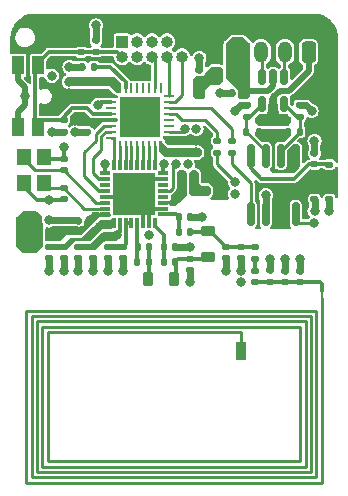
<source format=gbr>
%TF.GenerationSoftware,KiCad,Pcbnew,7.0.5*%
%TF.CreationDate,2023-08-24T03:33:07+02:00*%
%TF.ProjectId,Reader_Module,52656164-6572-45f4-9d6f-64756c652e6b,rev?*%
%TF.SameCoordinates,Original*%
%TF.FileFunction,Copper,L1,Top*%
%TF.FilePolarity,Positive*%
%FSLAX46Y46*%
G04 Gerber Fmt 4.6, Leading zero omitted, Abs format (unit mm)*
G04 Created by KiCad (PCBNEW 7.0.5) date 2023-08-24 03:33:07*
%MOMM*%
%LPD*%
G01*
G04 APERTURE LIST*
G04 Aperture macros list*
%AMRoundRect*
0 Rectangle with rounded corners*
0 $1 Rounding radius*
0 $2 $3 $4 $5 $6 $7 $8 $9 X,Y pos of 4 corners*
0 Add a 4 corners polygon primitive as box body*
4,1,4,$2,$3,$4,$5,$6,$7,$8,$9,$2,$3,0*
0 Add four circle primitives for the rounded corners*
1,1,$1+$1,$2,$3*
1,1,$1+$1,$4,$5*
1,1,$1+$1,$6,$7*
1,1,$1+$1,$8,$9*
0 Add four rect primitives between the rounded corners*
20,1,$1+$1,$2,$3,$4,$5,0*
20,1,$1+$1,$4,$5,$6,$7,0*
20,1,$1+$1,$6,$7,$8,$9,0*
20,1,$1+$1,$8,$9,$2,$3,0*%
%AMFreePoly0*
4,1,5,0.400000,-0.750000,-0.400000,-0.750000,-0.400000,0.750000,0.400000,0.750000,0.400000,-0.750000,0.400000,-0.750000,$1*%
G04 Aperture macros list end*
%TA.AperFunction,EtchedComponent*%
%ADD10C,0.250000*%
%TD*%
%TA.AperFunction,SMDPad,CuDef*%
%ADD11R,0.300000X0.850000*%
%TD*%
%TA.AperFunction,SMDPad,CuDef*%
%ADD12R,0.850000X0.300000*%
%TD*%
%TA.AperFunction,SMDPad,CuDef*%
%ADD13R,3.550000X3.550000*%
%TD*%
%TA.AperFunction,ComponentPad*%
%ADD14RoundRect,0.250000X0.350000X0.650000X-0.350000X0.650000X-0.350000X-0.650000X0.350000X-0.650000X0*%
%TD*%
%TA.AperFunction,ComponentPad*%
%ADD15O,1.200000X1.800000*%
%TD*%
%TA.AperFunction,SMDPad,CuDef*%
%ADD16RoundRect,0.135000X0.135000X0.185000X-0.135000X0.185000X-0.135000X-0.185000X0.135000X-0.185000X0*%
%TD*%
%TA.AperFunction,SMDPad,CuDef*%
%ADD17RoundRect,0.140000X0.170000X-0.140000X0.170000X0.140000X-0.170000X0.140000X-0.170000X-0.140000X0*%
%TD*%
%TA.AperFunction,SMDPad,CuDef*%
%ADD18RoundRect,0.140000X-0.170000X0.140000X-0.170000X-0.140000X0.170000X-0.140000X0.170000X0.140000X0*%
%TD*%
%TA.AperFunction,SMDPad,CuDef*%
%ADD19RoundRect,0.150000X0.150000X-0.512500X0.150000X0.512500X-0.150000X0.512500X-0.150000X-0.512500X0*%
%TD*%
%TA.AperFunction,SMDPad,CuDef*%
%ADD20RoundRect,0.140000X0.140000X0.170000X-0.140000X0.170000X-0.140000X-0.170000X0.140000X-0.170000X0*%
%TD*%
%TA.AperFunction,SMDPad,CuDef*%
%ADD21R,1.000000X1.550000*%
%TD*%
%TA.AperFunction,SMDPad,CuDef*%
%ADD22RoundRect,0.062500X-0.375000X-0.062500X0.375000X-0.062500X0.375000X0.062500X-0.375000X0.062500X0*%
%TD*%
%TA.AperFunction,SMDPad,CuDef*%
%ADD23RoundRect,0.062500X-0.062500X-0.375000X0.062500X-0.375000X0.062500X0.375000X-0.062500X0.375000X0*%
%TD*%
%TA.AperFunction,SMDPad,CuDef*%
%ADD24R,3.450000X3.450000*%
%TD*%
%TA.AperFunction,SMDPad,CuDef*%
%ADD25RoundRect,0.135000X0.185000X-0.135000X0.185000X0.135000X-0.185000X0.135000X-0.185000X-0.135000X0*%
%TD*%
%TA.AperFunction,SMDPad,CuDef*%
%ADD26RoundRect,0.140000X-0.140000X-0.170000X0.140000X-0.170000X0.140000X0.170000X-0.140000X0.170000X0*%
%TD*%
%TA.AperFunction,SMDPad,CuDef*%
%ADD27RoundRect,0.218750X0.381250X-0.218750X0.381250X0.218750X-0.381250X0.218750X-0.381250X-0.218750X0*%
%TD*%
%TA.AperFunction,SMDPad,CuDef*%
%ADD28RoundRect,0.135000X-0.185000X0.135000X-0.185000X-0.135000X0.185000X-0.135000X0.185000X0.135000X0*%
%TD*%
%TA.AperFunction,SMDPad,CuDef*%
%ADD29RoundRect,0.218750X-0.218750X-0.381250X0.218750X-0.381250X0.218750X0.381250X-0.218750X0.381250X0*%
%TD*%
%TA.AperFunction,ConnectorPad*%
%ADD30RoundRect,0.062500X-0.062500X0.662500X-0.062500X-0.662500X0.062500X-0.662500X0.062500X0.662500X0*%
%TD*%
%TA.AperFunction,ComponentPad*%
%ADD31FreePoly0,0.000000*%
%TD*%
%TA.AperFunction,SMDPad,CuDef*%
%ADD32RoundRect,0.150000X0.150000X-0.825000X0.150000X0.825000X-0.150000X0.825000X-0.150000X-0.825000X0*%
%TD*%
%TA.AperFunction,SMDPad,CuDef*%
%ADD33R,1.200000X1.400000*%
%TD*%
%TA.AperFunction,SMDPad,CuDef*%
%ADD34RoundRect,0.135000X-0.135000X-0.185000X0.135000X-0.185000X0.135000X0.185000X-0.135000X0.185000X0*%
%TD*%
%TA.AperFunction,ComponentPad*%
%ADD35R,1.000000X1.000000*%
%TD*%
%TA.AperFunction,ComponentPad*%
%ADD36O,1.000000X1.000000*%
%TD*%
%TA.AperFunction,ViaPad*%
%ADD37C,0.800000*%
%TD*%
%TA.AperFunction,Conductor*%
%ADD38C,0.500000*%
%TD*%
%TA.AperFunction,Conductor*%
%ADD39C,0.250000*%
%TD*%
%TA.AperFunction,Conductor*%
%ADD40C,0.300000*%
%TD*%
%TA.AperFunction,Conductor*%
%ADD41C,0.600000*%
%TD*%
%TA.AperFunction,Conductor*%
%ADD42C,0.349300*%
%TD*%
G04 APERTURE END LIST*
D10*
%TO.C,AE1*%
X134350000Y-101462500D02*
X134350000Y-85812500D01*
X133900000Y-101012500D02*
X109800000Y-101012500D01*
X133900000Y-86912500D02*
X133900000Y-101012500D01*
X133450000Y-100562500D02*
X110250000Y-100562500D01*
X133450000Y-87362500D02*
X133450000Y-100562500D01*
X133000000Y-100112500D02*
X110700000Y-100112500D01*
X133000000Y-87812500D02*
X133000000Y-100112500D01*
X132550000Y-99662500D02*
X111150000Y-99662500D01*
X132550000Y-88262500D02*
X132550000Y-99662500D01*
X127500000Y-88712500D02*
X127500000Y-89712500D01*
X111150000Y-99662500D02*
X111150000Y-88712500D01*
X111150000Y-88712500D02*
X127500000Y-88712500D01*
X110700000Y-100112500D02*
X110700000Y-88262500D01*
X110700000Y-88262500D02*
X132550000Y-88262500D01*
X110250000Y-100562500D02*
X110250000Y-87812500D01*
X110250000Y-87812500D02*
X133000000Y-87812500D01*
X109800000Y-101012500D02*
X109800000Y-87362500D01*
X109800000Y-87362500D02*
X133450000Y-87362500D01*
X109350000Y-101462500D02*
X134350000Y-101462500D01*
X109350000Y-86912500D02*
X133900000Y-86912500D01*
X109350000Y-86912500D02*
X109350000Y-101462500D01*
%TD*%
D11*
%TO.P,D1,1,VDD_A*%
%TO.N,/TRF/VDD_A*%
X116750000Y-79450000D03*
%TO.P,D1,2,VIN*%
%TO.N,+5V*%
X117250000Y-79450000D03*
%TO.P,D1,3,VDD_RF*%
%TO.N,/TRF/VDD_PA*%
X117750000Y-79450000D03*
%TO.P,D1,4,VDD_PA*%
X118250000Y-79450000D03*
%TO.P,D1,5,TX_OUT*%
%TO.N,/Matching NW/RF_TX_OUT*%
X118750000Y-79450000D03*
%TO.P,D1,6,VSS_PA*%
%TO.N,GND*%
X119250000Y-79450000D03*
%TO.P,D1,7,VSS_RX*%
X119750000Y-79450000D03*
%TO.P,D1,8,RX_IN1*%
%TO.N,/Matching NW/RF_RX_IN1*%
X120250000Y-79450000D03*
D12*
%TO.P,D1,9,RX_IN2*%
%TO.N,/Matching NW/RF_RX_IN2*%
X120950000Y-78750000D03*
%TO.P,D1,10,VSS*%
%TO.N,GND*%
X120950000Y-78250000D03*
%TO.P,D1,11,BG*%
%TO.N,/TRF/BG*%
X120950000Y-77750000D03*
%TO.P,D1,12,ASK/OOK*%
%TO.N,unconnected-(D1-ASK{slash}OOK-Pad12)*%
X120950000Y-77250000D03*
%TO.P,D1,13,IRQ*%
%TO.N,/MCU/TRF_IRQ*%
X120950000Y-76750000D03*
%TO.P,D1,14,MOD*%
%TO.N,/TRF/TRF_MOD*%
X120950000Y-76250000D03*
%TO.P,D1,15,VSS_A*%
%TO.N,GND*%
X120950000Y-75750000D03*
%TO.P,D1,16,VDD_I/O*%
%TO.N,/TRF/VDD_X*%
X120950000Y-75250000D03*
D11*
%TO.P,D1,17,I/O_0*%
%TO.N,/MCU/TRF_IO_0*%
X120250000Y-74550000D03*
%TO.P,D1,18,I/O_1*%
%TO.N,/MCU/TRF_IO_1*%
X119750000Y-74550000D03*
%TO.P,D1,19,I/O_2*%
%TO.N,/MCU/TRF_IO_2*%
X119250000Y-74550000D03*
%TO.P,D1,20,I/O_3*%
%TO.N,/MCU/TRF_IO_3*%
X118750000Y-74550000D03*
%TO.P,D1,21,I/O_4*%
%TO.N,/MCU/TRF_IO_4*%
X118250000Y-74550000D03*
%TO.P,D1,22,I/O_5*%
%TO.N,/MCU/TRF_IO_5*%
X117750000Y-74550000D03*
%TO.P,D1,23,I/O_6*%
%TO.N,/MCU/TRF_IO_6*%
X117250000Y-74550000D03*
%TO.P,D1,24,I/O_7*%
%TO.N,/MCU/TRF_IO_7*%
X116750000Y-74550000D03*
D12*
%TO.P,D1,25,EN2*%
%TO.N,+5V*%
X116050000Y-75250000D03*
%TO.P,D1,26,DATA_CLK*%
%TO.N,/MCU/TRF_DATA_CLK*%
X116050000Y-75750000D03*
%TO.P,D1,27,SYS_CLK*%
%TO.N,unconnected-(D1-SYS_CLK-Pad27)*%
X116050000Y-76250000D03*
%TO.P,D1,28,EN*%
%TO.N,/MCU/TRF_EN*%
X116050000Y-76750000D03*
%TO.P,D1,29,VSS_D*%
%TO.N,GND*%
X116050000Y-77250000D03*
%TO.P,D1,30,OSC_OUT*%
%TO.N,/TRF/HSE_OUT*%
X116050000Y-77750000D03*
%TO.P,D1,31,OSC_IN*%
%TO.N,/TRF/HSE_IN*%
X116050000Y-78250000D03*
%TO.P,D1,32,VDD_X*%
%TO.N,/TRF/VDD_X*%
X116050000Y-78750000D03*
D13*
%TO.P,D1,33,EP*%
%TO.N,GND*%
X118500000Y-77000000D03*
%TD*%
D14*
%TO.P,J2,1,Pin_1*%
%TO.N,GND*%
X133250000Y-65000000D03*
D15*
%TO.P,J2,2,Pin_2*%
%TO.N,/CAN/CAN_CON-*%
X131250000Y-65000000D03*
%TO.P,J2,3,Pin_3*%
%TO.N,/CAN/CAN_CON+*%
X129250000Y-65000000D03*
%TO.P,J2,4,Pin_4*%
%TO.N,/CAN/CONN_5V*%
X127250000Y-65000000D03*
%TD*%
D16*
%TO.P,R6,1*%
%TO.N,/CAN/VREF*%
X129010000Y-71750000D03*
%TO.P,R6,2*%
%TO.N,/CAN/CAN+*%
X127990000Y-71750000D03*
%TD*%
D17*
%TO.P,C21,1*%
%TO.N,/CAN/CAN+*%
X128000000Y-70480000D03*
%TO.P,C21,2*%
%TO.N,GND*%
X128000000Y-69520000D03*
%TD*%
D18*
%TO.P,C23,1*%
%TO.N,GND*%
X132500000Y-69520000D03*
%TO.P,C23,2*%
%TO.N,/CAN/CAN-*%
X132500000Y-70480000D03*
%TD*%
D17*
%TO.P,C24,1*%
%TO.N,/CAN/CAN_RS*%
X133750000Y-74500000D03*
%TO.P,C24,2*%
%TO.N,GND*%
X133750000Y-73540000D03*
%TD*%
D19*
%TO.P,U3,1*%
%TO.N,/CAN/CAN+*%
X129300000Y-69407500D03*
%TO.P,U3,2*%
%TO.N,GND*%
X130250000Y-69407500D03*
%TO.P,U3,3*%
%TO.N,/CAN/CAN-*%
X131200000Y-69407500D03*
%TO.P,U3,4*%
%TO.N,/CAN/CAN_CON-*%
X131200000Y-67132500D03*
%TO.P,U3,5*%
%TO.N,/CAN/CONN_5V*%
X130250000Y-67132500D03*
%TO.P,U3,6*%
%TO.N,/CAN/CAN_CON+*%
X129300000Y-67132500D03*
%TD*%
D20*
%TO.P,C29,1*%
%TO.N,/CAN/CONN_5V*%
X127730000Y-68500000D03*
%TO.P,C29,2*%
%TO.N,GND*%
X126770000Y-68500000D03*
%TD*%
D18*
%TO.P,C8,1*%
%TO.N,GND*%
X115250000Y-64020000D03*
%TO.P,C8,2*%
%TO.N,/MCU/NRST*%
X115250000Y-64980000D03*
%TD*%
D21*
%TO.P,SW1,1,1*%
%TO.N,GND*%
X108650000Y-71375000D03*
X108650000Y-66125000D03*
%TO.P,SW1,2,2*%
%TO.N,/MCU/NRST*%
X110350000Y-71375000D03*
X110350000Y-66125000D03*
%TD*%
D22*
%TO.P,U1,1,VDD*%
%TO.N,+3V3*%
X116562500Y-68750000D03*
%TO.P,U1,2,PC14*%
%TO.N,/MCU/Strapping/DBG_LED*%
X116562500Y-69250000D03*
%TO.P,U1,3,PC15*%
%TO.N,unconnected-(U1-PC15-Pad3)*%
X116562500Y-69750000D03*
%TO.P,U1,4,NRST*%
%TO.N,/MCU/NRST*%
X116562500Y-70250000D03*
%TO.P,U1,5,VDDA*%
%TO.N,+3V3*%
X116562500Y-70750000D03*
%TO.P,U1,6,PA0*%
%TO.N,/MCU/TRF_EN*%
X116562500Y-71250000D03*
%TO.P,U1,7,PA1*%
%TO.N,/MCU/TRF_DATA_CLK*%
X116562500Y-71750000D03*
%TO.P,U1,8,PA2*%
%TO.N,/MCU/TRF_IO_7*%
X116562500Y-72250000D03*
D23*
%TO.P,U1,9,PA3*%
%TO.N,/MCU/TRF_IO_6*%
X117250000Y-72937500D03*
%TO.P,U1,10,PA4*%
%TO.N,/MCU/TRF_IO_5*%
X117750000Y-72937500D03*
%TO.P,U1,11,PA5*%
%TO.N,/MCU/TRF_IO_4*%
X118250000Y-72937500D03*
%TO.P,U1,12,PA6*%
%TO.N,/MCU/TRF_IO_3*%
X118750000Y-72937500D03*
%TO.P,U1,13,PA7*%
%TO.N,/MCU/TRF_IO_2*%
X119250000Y-72937500D03*
%TO.P,U1,14,PB0*%
%TO.N,/MCU/TRF_IO_1*%
X119750000Y-72937500D03*
%TO.P,U1,15,PB1*%
%TO.N,/MCU/TRF_IO_0*%
X120250000Y-72937500D03*
%TO.P,U1,16,VSS*%
%TO.N,GND*%
X120750000Y-72937500D03*
D22*
%TO.P,U1,17,VDD*%
%TO.N,+3V3*%
X121437500Y-72250000D03*
%TO.P,U1,18,PA8*%
%TO.N,/MCU/TRF_IRQ*%
X121437500Y-71750000D03*
%TO.P,U1,19,PA9*%
%TO.N,unconnected-(U1-PA9-Pad19)*%
X121437500Y-71250000D03*
%TO.P,U1,20,PA10*%
%TO.N,unconnected-(U1-PA10-Pad20)*%
X121437500Y-70750000D03*
%TO.P,U1,21,PA11*%
%TO.N,/CAN/CAN_RX*%
X121437500Y-70250000D03*
%TO.P,U1,22,PA12*%
%TO.N,/CAN/CAN_TX*%
X121437500Y-69750000D03*
%TO.P,U1,23,PA13*%
%TO.N,/MCU/SWDIO*%
X121437500Y-69250000D03*
%TO.P,U1,24,PA14*%
%TO.N,/MCU/SWCLK*%
X121437500Y-68750000D03*
D23*
%TO.P,U1,25,PA15*%
%TO.N,unconnected-(U1-PA15-Pad25)*%
X120750000Y-68062500D03*
%TO.P,U1,26,PB3*%
%TO.N,/MCU/SWO*%
X120250000Y-68062500D03*
%TO.P,U1,27,PB4*%
%TO.N,unconnected-(U1-PB4-Pad27)*%
X119750000Y-68062500D03*
%TO.P,U1,28,PB5*%
%TO.N,unconnected-(U1-PB5-Pad28)*%
X119250000Y-68062500D03*
%TO.P,U1,29,PB6*%
%TO.N,unconnected-(U1-PB6-Pad29)*%
X118750000Y-68062500D03*
%TO.P,U1,30,PB7*%
%TO.N,unconnected-(U1-PB7-Pad30)*%
X118250000Y-68062500D03*
%TO.P,U1,31,PH3*%
%TO.N,/MCU/Strapping/BOOT0*%
X117750000Y-68062500D03*
%TO.P,U1,32,VSS*%
%TO.N,GND*%
X117250000Y-68062500D03*
D24*
%TO.P,U1,33,VSS*%
X119000000Y-70500000D03*
%TD*%
D17*
%TO.P,C14,1*%
%TO.N,GND*%
X117500000Y-82480000D03*
%TO.P,C14,2*%
%TO.N,/TRF/VDD_PA*%
X117500000Y-81520000D03*
%TD*%
D25*
%TO.P,R9,1*%
%TO.N,/CAN/CAN_RS*%
X135000000Y-74530000D03*
%TO.P,R9,2*%
%TO.N,+3V3*%
X135000000Y-73510000D03*
%TD*%
D26*
%TO.P,C35,1*%
%TO.N,/Matching NW/RF_RX_IN2*%
X122270000Y-80250000D03*
%TO.P,C35,2*%
%TO.N,Net-(C35-Pad2)*%
X123230000Y-80250000D03*
%TD*%
D18*
%TO.P,C9,1*%
%TO.N,GND*%
X113750000Y-79270000D03*
%TO.P,C9,2*%
%TO.N,/TRF/VDD_X*%
X113750000Y-80230000D03*
%TD*%
%TO.P,C19,1*%
%TO.N,+3V3*%
X135000000Y-76520000D03*
%TO.P,C19,2*%
%TO.N,GND*%
X135000000Y-77480000D03*
%TD*%
D20*
%TO.P,C5,1*%
%TO.N,GND*%
X123480000Y-75500000D03*
%TO.P,C5,2*%
%TO.N,/TRF/BG*%
X122520000Y-75500000D03*
%TD*%
D27*
%TO.P,L2,1,1*%
%TO.N,Net-(C32-Pad2)*%
X124750000Y-82312500D03*
%TO.P,L2,2,2*%
%TO.N,Net-(C35-Pad2)*%
X124750000Y-80187500D03*
%TD*%
D18*
%TO.P,C20,1*%
%TO.N,+3V3*%
X133750000Y-76520000D03*
%TO.P,C20,2*%
%TO.N,GND*%
X133750000Y-77480000D03*
%TD*%
D28*
%TO.P,R1,1*%
%TO.N,+3V3*%
X114000000Y-63990000D03*
%TO.P,R1,2*%
%TO.N,/MCU/NRST*%
X114000000Y-65010000D03*
%TD*%
D17*
%TO.P,C11,1*%
%TO.N,GND*%
X112500000Y-82480000D03*
%TO.P,C11,2*%
%TO.N,/TRF/VDD_A*%
X112500000Y-81520000D03*
%TD*%
D18*
%TO.P,C4,1*%
%TO.N,GND*%
X114000000Y-67520000D03*
%TO.P,C4,2*%
%TO.N,+3V3*%
X114000000Y-68480000D03*
%TD*%
%TO.P,C27,1*%
%TO.N,/Matching NW/SE_OUT*%
X128750000Y-83520000D03*
%TO.P,C27,2*%
%TO.N,/PCB Antenna/Antenna*%
X128750000Y-84480000D03*
%TD*%
D20*
%TO.P,C36,1*%
%TO.N,GND*%
X123230000Y-79000000D03*
%TO.P,C36,2*%
%TO.N,/Matching NW/RF_RX_IN2*%
X122270000Y-79000000D03*
%TD*%
D29*
%TO.P,L1,1,1*%
%TO.N,Net-(C30-Pad2)*%
X119687500Y-84250000D03*
%TO.P,L1,2,2*%
%TO.N,Net-(C32-Pad2)*%
X121812500Y-84250000D03*
%TD*%
D17*
%TO.P,C16,1*%
%TO.N,GND*%
X115000000Y-82480000D03*
%TO.P,C16,2*%
%TO.N,+5V*%
X115000000Y-81520000D03*
%TD*%
D26*
%TO.P,C30,1*%
%TO.N,/Matching NW/RF_TX_OUT*%
X118770000Y-81500000D03*
%TO.P,C30,2*%
%TO.N,Net-(C30-Pad2)*%
X119730000Y-81500000D03*
%TD*%
D25*
%TO.P,R10,1*%
%TO.N,/PCB Antenna/Antenna*%
X130000000Y-84510000D03*
%TO.P,R10,2*%
%TO.N,GND*%
X130000000Y-83490000D03*
%TD*%
D17*
%TO.P,C22,1*%
%TO.N,/CAN/VREF*%
X130250000Y-71980000D03*
%TO.P,C22,2*%
%TO.N,GND*%
X130250000Y-71020000D03*
%TD*%
D18*
%TO.P,C18,1*%
%TO.N,GND*%
X112500000Y-74020000D03*
%TO.P,C18,2*%
%TO.N,/TRF/HSE_OUT*%
X112500000Y-74980000D03*
%TD*%
D20*
%TO.P,C31,1*%
%TO.N,Net-(C30-Pad2)*%
X119710000Y-82750000D03*
%TO.P,C31,2*%
%TO.N,/Matching NW/RF_TX_OUT*%
X118750000Y-82750000D03*
%TD*%
D18*
%TO.P,C3,1*%
%TO.N,GND*%
X115250000Y-67520000D03*
%TO.P,C3,2*%
%TO.N,+3V3*%
X115250000Y-68480000D03*
%TD*%
D17*
%TO.P,C28,1*%
%TO.N,+5V*%
X124000000Y-67480000D03*
%TO.P,C28,2*%
%TO.N,GND*%
X124000000Y-66520000D03*
%TD*%
%TO.P,C1,1*%
%TO.N,GND*%
X114500000Y-71730000D03*
%TO.P,C1,2*%
%TO.N,+3V3*%
X114500000Y-70770000D03*
%TD*%
D16*
%TO.P,R8,1*%
%TO.N,/CAN/CAN-*%
X132510000Y-71750000D03*
%TO.P,R8,2*%
%TO.N,/CAN/VREF*%
X131490000Y-71750000D03*
%TD*%
D20*
%TO.P,C33,1*%
%TO.N,GND*%
X121980000Y-81500000D03*
%TO.P,C33,2*%
%TO.N,/Matching NW/RF_RX_IN1*%
X121020000Y-81500000D03*
%TD*%
D26*
%TO.P,C32,1*%
%TO.N,/Matching NW/RF_RX_IN1*%
X121020000Y-82750000D03*
%TO.P,C32,2*%
%TO.N,Net-(C32-Pad2)*%
X121980000Y-82750000D03*
%TD*%
D18*
%TO.P,C7,1*%
%TO.N,/MCU/NRST*%
X112500000Y-70770000D03*
%TO.P,C7,2*%
%TO.N,GND*%
X112500000Y-71730000D03*
%TD*%
D17*
%TO.P,C15,1*%
%TO.N,GND*%
X113750000Y-82480000D03*
%TO.P,C15,2*%
%TO.N,+5V*%
X113750000Y-81520000D03*
%TD*%
D29*
%TO.P,FB2,1*%
%TO.N,+5V*%
X125437500Y-67000000D03*
%TO.P,FB2,2*%
%TO.N,/CAN/CONN_5V*%
X127562500Y-67000000D03*
%TD*%
D17*
%TO.P,C17,1*%
%TO.N,GND*%
X112500000Y-77480000D03*
%TO.P,C17,2*%
%TO.N,/TRF/HSE_IN*%
X112500000Y-76520000D03*
%TD*%
%TO.P,C38,1*%
%TO.N,GND*%
X127500000Y-82480000D03*
%TO.P,C38,2*%
%TO.N,Net-(C35-Pad2)*%
X127500000Y-81520000D03*
%TD*%
D28*
%TO.P,R11,1*%
%TO.N,Net-(C35-Pad2)*%
X128750000Y-81490000D03*
%TO.P,R11,2*%
%TO.N,/Matching NW/SE_OUT*%
X128750000Y-82510000D03*
%TD*%
D17*
%TO.P,C2,1*%
%TO.N,GND*%
X122750000Y-73480000D03*
%TO.P,C2,2*%
%TO.N,+3V3*%
X122750000Y-72520000D03*
%TD*%
D20*
%TO.P,C6,1*%
%TO.N,GND*%
X123480000Y-76750000D03*
%TO.P,C6,2*%
%TO.N,/TRF/BG*%
X122520000Y-76750000D03*
%TD*%
D18*
%TO.P,C10,1*%
%TO.N,GND*%
X112500000Y-79270000D03*
%TO.P,C10,2*%
%TO.N,/TRF/VDD_X*%
X112500000Y-80230000D03*
%TD*%
D17*
%TO.P,C12,1*%
%TO.N,GND*%
X111250000Y-82480000D03*
%TO.P,C12,2*%
%TO.N,/TRF/VDD_A*%
X111250000Y-81520000D03*
%TD*%
%TO.P,C13,1*%
%TO.N,GND*%
X116250000Y-82480000D03*
%TO.P,C13,2*%
%TO.N,/TRF/VDD_PA*%
X116250000Y-81520000D03*
%TD*%
D16*
%TO.P,R4,1*%
%TO.N,/MCU/Strapping/BOOT0*%
X115110000Y-66250000D03*
%TO.P,R4,2*%
%TO.N,GND*%
X114090000Y-66250000D03*
%TD*%
D17*
%TO.P,C25,1*%
%TO.N,/PCB Antenna/Antenna*%
X132500000Y-84480000D03*
%TO.P,C25,2*%
%TO.N,GND*%
X132500000Y-83520000D03*
%TD*%
D28*
%TO.P,R5,1*%
%TO.N,/CAN/CAN_TX*%
X126750000Y-72490000D03*
%TO.P,R5,2*%
%TO.N,Net-(U2-D)*%
X126750000Y-73510000D03*
%TD*%
D30*
%TO.P,AE1,1*%
%TO.N,/PCB Antenna/Antenna*%
X134350000Y-85212500D03*
D31*
%TO.P,AE1,2*%
%TO.N,GND*%
X127500000Y-90312500D03*
%TD*%
D28*
%TO.P,R7,1*%
%TO.N,/CAN/CAN_RX*%
X125500000Y-72490000D03*
%TO.P,R7,2*%
%TO.N,Net-(U2-R)*%
X125500000Y-73510000D03*
%TD*%
D32*
%TO.P,U2,1,D*%
%TO.N,Net-(U2-D)*%
X128345000Y-78725000D03*
%TO.P,U2,2,GND*%
%TO.N,GND*%
X129615000Y-78725000D03*
%TO.P,U2,3,VCC*%
%TO.N,+3V3*%
X130885000Y-78725000D03*
%TO.P,U2,4,R*%
%TO.N,Net-(U2-R)*%
X132155000Y-78725000D03*
%TO.P,U2,5,Vref*%
%TO.N,/CAN/VREF*%
X132155000Y-73775000D03*
%TO.P,U2,6,CANL*%
%TO.N,/CAN/CAN-*%
X130885000Y-73775000D03*
%TO.P,U2,7,CANH*%
%TO.N,/CAN/CAN+*%
X129615000Y-73775000D03*
%TO.P,U2,8,Rs*%
%TO.N,/CAN/CAN_RS*%
X128345000Y-73775000D03*
%TD*%
D17*
%TO.P,C37,1*%
%TO.N,GND*%
X126250000Y-82480000D03*
%TO.P,C37,2*%
%TO.N,Net-(C35-Pad2)*%
X126250000Y-81520000D03*
%TD*%
%TO.P,C26,1*%
%TO.N,/PCB Antenna/Antenna*%
X131250000Y-84480000D03*
%TO.P,C26,2*%
%TO.N,GND*%
X131250000Y-83520000D03*
%TD*%
D33*
%TO.P,Y1,1,1*%
%TO.N,/TRF/HSE_IN*%
X110850000Y-76100000D03*
%TO.P,Y1,2,2*%
%TO.N,GND*%
X110850000Y-73900000D03*
%TO.P,Y1,3,3*%
%TO.N,/TRF/HSE_OUT*%
X109150000Y-73900000D03*
%TO.P,Y1,4,4*%
%TO.N,GND*%
X109150000Y-76100000D03*
%TD*%
D17*
%TO.P,C34,1*%
%TO.N,GND*%
X123250000Y-83480000D03*
%TO.P,C34,2*%
%TO.N,Net-(C32-Pad2)*%
X123250000Y-82520000D03*
%TD*%
D34*
%TO.P,R3,1*%
%TO.N,+3V3*%
X110240000Y-80250000D03*
%TO.P,R3,2*%
%TO.N,/TRF/VDD_X*%
X111260000Y-80250000D03*
%TD*%
D35*
%TO.P,J1,1,Pin_1*%
%TO.N,GND*%
X117450000Y-64125000D03*
D36*
%TO.P,J1,2,Pin_2*%
%TO.N,/MCU/NRST*%
X117450000Y-65395000D03*
%TO.P,J1,3,Pin_3*%
%TO.N,unconnected-(J1-Pin_3-Pad3)*%
X118720000Y-64125000D03*
%TO.P,J1,4,Pin_4*%
%TO.N,unconnected-(J1-Pin_4-Pad4)*%
X118720000Y-65395000D03*
%TO.P,J1,5,Pin_5*%
%TO.N,GND*%
X119990000Y-64125000D03*
%TO.P,J1,6,Pin_6*%
%TO.N,/MCU/SWO*%
X119990000Y-65395000D03*
%TO.P,J1,7,Pin_7*%
%TO.N,GND*%
X121260000Y-64125000D03*
%TO.P,J1,8,Pin_8*%
%TO.N,/MCU/SWCLK*%
X121260000Y-65395000D03*
%TO.P,J1,9,Pin_9*%
%TO.N,+3V3*%
X122530000Y-64125000D03*
%TO.P,J1,10,Pin_10*%
%TO.N,/MCU/SWDIO*%
X122530000Y-65395000D03*
%TD*%
D37*
%TO.N,GND*%
X127000000Y-77000000D03*
X123750000Y-71500000D03*
X123012299Y-74512299D03*
X117500000Y-78000000D03*
X109250000Y-68750000D03*
X113750000Y-83500000D03*
X127500000Y-84500000D03*
X111500002Y-67000000D03*
X111250000Y-77500000D03*
X115000000Y-83500000D03*
X111500000Y-71750000D03*
X123250000Y-84500000D03*
X112500000Y-73000052D03*
X118500000Y-78000000D03*
X118000000Y-70500000D03*
X117500000Y-77000000D03*
X120000000Y-71500000D03*
X111250024Y-79250000D03*
X112500000Y-83500000D03*
X130000016Y-82500000D03*
X127500000Y-83500000D03*
X119000000Y-70500000D03*
X117500000Y-83500000D03*
X129615009Y-77135009D03*
X118000000Y-71500000D03*
X124500000Y-76750000D03*
X124000000Y-65500000D03*
X116250000Y-83500000D03*
X119700700Y-80500000D03*
X126250026Y-83500000D03*
X133500000Y-70000000D03*
X113500000Y-71800003D03*
X123750000Y-73500000D03*
X133762653Y-78487347D03*
X117500000Y-76000000D03*
X131250000Y-82500000D03*
X119500000Y-77000000D03*
X113000000Y-67500000D03*
X132500000Y-82500000D03*
X115250000Y-62750000D03*
X119000000Y-71500000D03*
X124250000Y-79000000D03*
X120000000Y-70500000D03*
X118500000Y-76000000D03*
X135000000Y-78500000D03*
X129250000Y-70750000D03*
X119500000Y-76000000D03*
X133750000Y-72520000D03*
X113000000Y-66250000D03*
X131250000Y-70750000D03*
X127000000Y-70000000D03*
X125750000Y-68500000D03*
X118500000Y-77000000D03*
X123250000Y-81500000D03*
X119500000Y-78000000D03*
X111250000Y-83500000D03*
%TO.N,+3V3*%
X109000000Y-80250000D03*
X110250000Y-81250000D03*
X114000000Y-62750000D03*
X113500000Y-70800000D03*
X123750000Y-72500000D03*
X133750000Y-75500000D03*
X135000000Y-72520000D03*
X113000000Y-68500000D03*
X135000000Y-75500000D03*
X110250000Y-79249998D03*
%TO.N,+5V*%
X116000000Y-74500000D03*
X117000000Y-80500000D03*
X124000000Y-68500000D03*
%TO.N,Net-(U2-R)*%
X133750000Y-79500000D03*
X127000000Y-76000000D03*
%TO.N,/TRF/VDD_X*%
X114750000Y-79250000D03*
X121000000Y-74500000D03*
%TO.N,/MCU/TRF_IRQ*%
X122750000Y-71500000D03*
X122000000Y-74500000D03*
%TO.N,/MCU/Strapping/DBG_LED*%
X115394298Y-69500000D03*
%TD*%
D38*
%TO.N,+3V3*%
X110240000Y-79259998D02*
X110250000Y-79249998D01*
D39*
%TO.N,/CAN/CAN_RX*%
X122000000Y-70250000D02*
X121437500Y-70250000D01*
X122500000Y-70750000D02*
X122000000Y-70250000D01*
X124500000Y-70750000D02*
X122500000Y-70750000D01*
X125500000Y-71750000D02*
X124500000Y-70750000D01*
X125500000Y-72490000D02*
X125500000Y-71750000D01*
%TO.N,/CAN/CAN_TX*%
X125000000Y-69750000D02*
X121437500Y-69750000D01*
X126750000Y-71500000D02*
X125000000Y-69750000D01*
X126750000Y-72490000D02*
X126750000Y-71500000D01*
D40*
%TO.N,/CAN/CAN_RS*%
X133250000Y-74500000D02*
X133750000Y-74500000D01*
X129250000Y-75750000D02*
X132000000Y-75750000D01*
X128345000Y-74845000D02*
X129250000Y-75750000D01*
X132000000Y-75750000D02*
X133250000Y-74500000D01*
X128345000Y-73775000D02*
X128345000Y-74845000D01*
X134970000Y-74500000D02*
X135000000Y-74530000D01*
X133750000Y-74500000D02*
X134970000Y-74500000D01*
D41*
%TO.N,GND*%
X129615000Y-77135018D02*
X129615009Y-77135009D01*
X129615000Y-78725000D02*
X129615000Y-77135018D01*
X133762653Y-77492653D02*
X133750000Y-77480000D01*
X133762653Y-78487347D02*
X133762653Y-77492653D01*
X135000000Y-78500000D02*
X135000000Y-77480000D01*
X133750000Y-72520000D02*
X133750000Y-73540000D01*
X133020000Y-69520000D02*
X132500000Y-69520000D01*
X133500000Y-70000000D02*
X133020000Y-69520000D01*
X127000000Y-70000000D02*
X127480000Y-69520000D01*
X127480000Y-69520000D02*
X128000000Y-69520000D01*
X126770000Y-68500000D02*
X125750000Y-68500000D01*
X124000000Y-65500000D02*
X124000000Y-66520000D01*
X115250000Y-62750000D02*
X115250000Y-64020000D01*
X113000000Y-66250000D02*
X114090000Y-66250000D01*
X111520000Y-71730000D02*
X111500000Y-71750000D01*
X112500000Y-71730000D02*
X111520000Y-71730000D01*
X113570003Y-71730000D02*
X113500000Y-71800003D01*
X114500000Y-71730000D02*
X113570003Y-71730000D01*
X111250024Y-79250000D02*
X113730000Y-79250000D01*
X113730000Y-79250000D02*
X113750000Y-79270000D01*
X111250000Y-83500000D02*
X111250000Y-82480000D01*
X112500000Y-83500000D02*
X112500000Y-82480000D01*
X113750000Y-83500000D02*
X113750000Y-82480000D01*
X115000000Y-83500000D02*
X115000000Y-82480000D01*
X116250000Y-83500000D02*
X116250000Y-82480000D01*
X117500000Y-83500000D02*
X117500000Y-82480000D01*
X123250000Y-84500000D02*
X123250000Y-83480000D01*
X124250000Y-79000000D02*
X123230000Y-79000000D01*
X121980000Y-81500000D02*
X123250000Y-81500000D01*
X126250000Y-83499974D02*
X126250026Y-83500000D01*
X126250000Y-82480000D02*
X126250000Y-83499974D01*
X127500000Y-82480000D02*
X127500000Y-83500000D01*
X132500000Y-83520000D02*
X132500000Y-82500000D01*
X131250000Y-83520000D02*
X131250000Y-82500000D01*
X130000000Y-82500016D02*
X130000016Y-82500000D01*
X130000000Y-83490000D02*
X130000000Y-82500016D01*
D38*
X109250000Y-69500000D02*
X108650000Y-70100000D01*
D40*
X117750000Y-77250000D02*
X118250000Y-77250000D01*
X116050000Y-77250000D02*
X117250000Y-77250000D01*
X111250000Y-77500000D02*
X110250000Y-77500000D01*
X111250000Y-77500000D02*
X112480000Y-77500000D01*
D38*
X109250000Y-69500000D02*
X109250000Y-68750000D01*
D40*
X120950000Y-75750000D02*
X119750000Y-75750000D01*
X110250000Y-77500000D02*
X109150000Y-76400000D01*
X110850000Y-73900000D02*
X110970000Y-74020000D01*
X119750000Y-75750000D02*
X119500000Y-76000000D01*
X112500000Y-74020000D02*
X112500000Y-73000052D01*
D38*
X109250000Y-68750000D02*
X109250000Y-68000000D01*
X130250000Y-68846472D02*
X130826472Y-68270000D01*
D40*
X117500000Y-77000000D02*
X117750000Y-77250000D01*
X119500000Y-78000000D02*
X118500000Y-77000000D01*
D38*
X130826472Y-68270000D02*
X131573528Y-68270000D01*
X113020000Y-67520000D02*
X113000000Y-67500000D01*
D40*
X119750000Y-78250000D02*
X119500000Y-78000000D01*
D38*
X113750000Y-79270000D02*
X112500000Y-79270000D01*
X108650000Y-70100000D02*
X108650000Y-71375000D01*
X131573528Y-68270000D02*
X133250000Y-66593528D01*
X108650000Y-67400000D02*
X109250000Y-68000000D01*
X108650000Y-66125000D02*
X108650000Y-67400000D01*
D40*
X123730000Y-73480000D02*
X123750000Y-73500000D01*
D38*
X112500000Y-79270000D02*
X112480000Y-79250000D01*
D40*
X109150000Y-76400000D02*
X109150000Y-76100000D01*
D38*
X133250000Y-66593528D02*
X133250000Y-65000000D01*
D40*
X120950000Y-78250000D02*
X119750000Y-78250000D01*
D38*
X112480000Y-79250000D02*
X111250024Y-79250000D01*
D40*
X117250000Y-77250000D02*
X117500000Y-77000000D01*
X119750000Y-79450000D02*
X119750000Y-78250000D01*
D38*
X130250000Y-69407500D02*
X130250000Y-68846472D01*
D40*
X110970000Y-74020000D02*
X112500000Y-74020000D01*
X112480000Y-77500000D02*
X112500000Y-77480000D01*
X118250000Y-77250000D02*
X118500000Y-77000000D01*
X119500000Y-76000000D02*
X118500000Y-77000000D01*
X119250000Y-77750000D02*
X118500000Y-77000000D01*
X119250000Y-79450000D02*
X119250000Y-77750000D01*
D38*
%TO.N,+3V3*%
X110250000Y-80260000D02*
X110240000Y-80250000D01*
X113020000Y-68480000D02*
X113000000Y-68500000D01*
D40*
X123730000Y-72520000D02*
X123750000Y-72500000D01*
%TO.N,+5V*%
X116050000Y-74550000D02*
X116000000Y-74500000D01*
X116050000Y-75250000D02*
X116050000Y-74550000D01*
X117250000Y-80250000D02*
X117000000Y-80500000D01*
X117250000Y-79450000D02*
X117250000Y-80250000D01*
D42*
%TO.N,/Matching NW/RF_TX_OUT*%
X118750000Y-80249650D02*
X118750000Y-82750000D01*
D40*
X118750000Y-79450000D02*
X118750000Y-80249650D01*
%TO.N,/Matching NW/RF_RX_IN1*%
X120250000Y-79750000D02*
X120500000Y-80000000D01*
D42*
X121020000Y-80520000D02*
X120500000Y-80000000D01*
X121020000Y-81500000D02*
X121020000Y-80520000D01*
D40*
X120250000Y-79450000D02*
X120250000Y-79750000D01*
D42*
X121020000Y-81500000D02*
X121020000Y-82750000D01*
%TO.N,/Matching NW/RF_RX_IN2*%
X122270000Y-79000000D02*
X122020000Y-78750000D01*
D40*
X120950000Y-78750000D02*
X121750000Y-78750000D01*
D42*
X122020000Y-78750000D02*
X121750000Y-78750000D01*
X122270000Y-80250000D02*
X122270000Y-79000000D01*
D39*
%TO.N,Net-(U2-D)*%
X126750000Y-73510000D02*
X126750000Y-74500000D01*
X128345000Y-76095000D02*
X128345000Y-78725000D01*
X126750000Y-74500000D02*
X128345000Y-76095000D01*
%TO.N,Net-(U2-R)*%
X126995000Y-76000000D02*
X127000000Y-76000000D01*
X125500000Y-74505000D02*
X126995000Y-76000000D01*
X132250000Y-79480000D02*
X133730000Y-79480000D01*
X132155000Y-78725000D02*
X132250000Y-78820000D01*
X133730000Y-79480000D02*
X133750000Y-79500000D01*
X125500000Y-73510000D02*
X125500000Y-74505000D01*
X132250000Y-78820000D02*
X132250000Y-79480000D01*
D40*
%TO.N,/MCU/NRST*%
X110100000Y-66375000D02*
X110100000Y-71125000D01*
X114482965Y-69750000D02*
X114982965Y-70250000D01*
X112500000Y-70770000D02*
X112500000Y-70500000D01*
X113250000Y-69750000D02*
X114482965Y-69750000D01*
X110350000Y-71090000D02*
X110670000Y-70770000D01*
X110350000Y-66125000D02*
X110100000Y-66375000D01*
X110100000Y-71125000D02*
X110350000Y-71375000D01*
X112500000Y-70500000D02*
X113250000Y-69750000D01*
X117035000Y-64980000D02*
X117450000Y-65395000D01*
X115250000Y-64980000D02*
X111270000Y-64980000D01*
X111270000Y-64980000D02*
X110350000Y-65900000D01*
X114982965Y-70250000D02*
X116562500Y-70250000D01*
X110350000Y-65900000D02*
X110350000Y-66125000D01*
X115250000Y-64980000D02*
X117035000Y-64980000D01*
X110670000Y-70770000D02*
X112500000Y-70770000D01*
X110350000Y-71375000D02*
X110350000Y-71090000D01*
X112500000Y-70770000D02*
X112480000Y-70750000D01*
%TO.N,/TRF/VDD_X*%
X120950000Y-75250000D02*
X120950000Y-74550000D01*
X120950000Y-74550000D02*
X121000000Y-74500000D01*
%TO.N,/TRF/VDD_PA*%
X117750000Y-81270000D02*
X117750000Y-79450000D01*
X117500000Y-81520000D02*
X117750000Y-81270000D01*
X117750000Y-79450000D02*
X118250000Y-79450000D01*
D38*
X117500000Y-81520000D02*
X116250000Y-81520000D01*
D39*
%TO.N,/TRF/HSE_IN*%
X114250000Y-78250000D02*
X116050000Y-78250000D01*
X111100000Y-76170000D02*
X111000000Y-76270000D01*
X111270000Y-76520000D02*
X112500000Y-76520000D01*
X111100000Y-76120000D02*
X111100000Y-76170000D01*
X112500000Y-76520000D02*
X112520000Y-76520000D01*
X110850000Y-76100000D02*
X111270000Y-76520000D01*
X112520000Y-76520000D02*
X114250000Y-78250000D01*
%TO.N,/TRF/HSE_OUT*%
X115250000Y-77750000D02*
X116050000Y-77750000D01*
X109150000Y-73900000D02*
X109150000Y-74075000D01*
X110055000Y-74980000D02*
X112500000Y-74980000D01*
X109150000Y-74075000D02*
X110055000Y-74980000D01*
X112500000Y-75000000D02*
X115250000Y-77750000D01*
X112500000Y-74980000D02*
X112500000Y-75000000D01*
%TO.N,/CAN/CAN+*%
X129615000Y-73398249D02*
X129615000Y-73775000D01*
X127990000Y-71773249D02*
X129615000Y-73398249D01*
X127990000Y-71750000D02*
X127990000Y-71773249D01*
X128000000Y-70480000D02*
X128227500Y-70480000D01*
X127990000Y-71750000D02*
X127990000Y-70490000D01*
X127990000Y-70490000D02*
X128000000Y-70480000D01*
X129615000Y-73775000D02*
X129615000Y-73375000D01*
X128227500Y-70480000D02*
X129300000Y-69407500D01*
%TO.N,/CAN/CAN-*%
X130885000Y-73775000D02*
X130885000Y-73375000D01*
X131200000Y-69407500D02*
X132272500Y-70480000D01*
X132272500Y-70480000D02*
X132500000Y-70480000D01*
X132510000Y-71750000D02*
X132510000Y-70490000D01*
X130885000Y-73375000D02*
X132510000Y-71750000D01*
X132510000Y-70490000D02*
X132500000Y-70480000D01*
%TO.N,/MCU/TRF_IRQ*%
X122500000Y-71750000D02*
X122750000Y-71500000D01*
X121750000Y-74750000D02*
X122000000Y-74500000D01*
X121750000Y-76500000D02*
X121750000Y-74750000D01*
X121437500Y-71750000D02*
X122500000Y-71750000D01*
X121500000Y-76750000D02*
X121750000Y-76500000D01*
X120950000Y-76750000D02*
X121500000Y-76750000D01*
%TO.N,/MCU/TRF_IO_0*%
X120250000Y-74550000D02*
X120250000Y-72937500D01*
%TO.N,/MCU/TRF_IO_1*%
X119750000Y-74550000D02*
X119750000Y-72937500D01*
%TO.N,/MCU/TRF_IO_2*%
X119250000Y-74550000D02*
X119250000Y-72937500D01*
%TO.N,/MCU/TRF_IO_3*%
X118750000Y-74550000D02*
X118750000Y-72937500D01*
%TO.N,/MCU/TRF_IO_4*%
X118250000Y-74550000D02*
X118250000Y-72937500D01*
%TO.N,/MCU/TRF_IO_5*%
X117750000Y-74550000D02*
X117750000Y-72937500D01*
%TO.N,/MCU/TRF_IO_6*%
X117250000Y-74550000D02*
X117250000Y-72937500D01*
%TO.N,/MCU/TRF_IO_7*%
X116750000Y-72250000D02*
X116750000Y-74550000D01*
X116562500Y-72250000D02*
X116750000Y-72250000D01*
%TO.N,/MCU/TRF_DATA_CLK*%
X115500000Y-75750000D02*
X116050000Y-75750000D01*
X115700000Y-73300000D02*
X115700000Y-72126992D01*
X115700000Y-72126992D02*
X116076992Y-71750000D01*
X115000000Y-75250000D02*
X115500000Y-75750000D01*
X116076992Y-71750000D02*
X116562500Y-71750000D01*
X115000000Y-74000000D02*
X115700000Y-73300000D01*
X115000000Y-75250000D02*
X115000000Y-74000000D01*
%TO.N,/MCU/TRF_EN*%
X115250000Y-71940596D02*
X115940596Y-71250000D01*
X114250000Y-75500000D02*
X114250000Y-73500000D01*
X116050000Y-76750000D02*
X115500000Y-76750000D01*
X115250000Y-72500000D02*
X115250000Y-71940596D01*
X115940596Y-71250000D02*
X116562500Y-71250000D01*
X115500000Y-76750000D02*
X114250000Y-75500000D01*
X114250000Y-73500000D02*
X115250000Y-72500000D01*
D40*
%TO.N,/MCU/Strapping/DBG_LED*%
X115644298Y-69250000D02*
X115394298Y-69500000D01*
X116562500Y-69250000D02*
X115644298Y-69250000D01*
D39*
%TO.N,/MCU/SWO*%
X120250000Y-65655000D02*
X119990000Y-65395000D01*
X120250000Y-68062500D02*
X120250000Y-65655000D01*
%TO.N,/MCU/SWCLK*%
X121437500Y-65572500D02*
X121260000Y-65395000D01*
X121437500Y-68750000D02*
X121437500Y-65572500D01*
%TO.N,/MCU/SWDIO*%
X122530000Y-68643008D02*
X121923008Y-69250000D01*
X122530000Y-65395000D02*
X122530000Y-68643008D01*
X121923008Y-69250000D02*
X121437500Y-69250000D01*
D40*
%TO.N,/MCU/Strapping/BOOT0*%
X116458363Y-66250000D02*
X117750000Y-67541637D01*
X117750000Y-67541637D02*
X117750000Y-68062500D01*
X115110000Y-66250000D02*
X116458363Y-66250000D01*
D39*
%TO.N,/CAN/CAN_CON+*%
X129300000Y-67132500D02*
X129300000Y-65050000D01*
X129300000Y-65050000D02*
X129250000Y-65000000D01*
%TO.N,/CAN/CAN_CON-*%
X131200000Y-67132500D02*
X131200000Y-65050000D01*
X131200000Y-65050000D02*
X131250000Y-65000000D01*
D42*
%TO.N,/Matching NW/SE_OUT*%
X128750000Y-83520000D02*
X128750000Y-82510000D01*
%TO.N,/PCB Antenna/Antenna*%
X134230000Y-84480000D02*
X134350000Y-84600000D01*
X128750000Y-84480000D02*
X134230000Y-84480000D01*
X134350000Y-84600000D02*
X134350000Y-85212500D01*
D38*
%TO.N,/CAN/CONN_5V*%
X130250000Y-67132500D02*
X130250000Y-67856522D01*
X127960000Y-68270000D02*
X127730000Y-68500000D01*
X130250000Y-67856522D02*
X129836523Y-68270000D01*
X129836523Y-68270000D02*
X127960000Y-68270000D01*
D42*
%TO.N,Net-(C30-Pad2)*%
X119730000Y-81500000D02*
X119730000Y-84207500D01*
X119730000Y-84207500D02*
X119687500Y-84250000D01*
%TO.N,Net-(C32-Pad2)*%
X124542500Y-82520000D02*
X124750000Y-82312500D01*
X121812500Y-84250000D02*
X122000000Y-84062500D01*
X123250000Y-82520000D02*
X124542500Y-82520000D01*
X121980000Y-82750000D02*
X122210000Y-82520000D01*
X122210000Y-82520000D02*
X123250000Y-82520000D01*
X122000000Y-82770000D02*
X121980000Y-82750000D01*
X122000000Y-84062500D02*
X122000000Y-82770000D01*
%TO.N,Net-(C35-Pad2)*%
X126250000Y-81520000D02*
X128720000Y-81520000D01*
X123230000Y-80250000D02*
X124980000Y-80250000D01*
X128720000Y-81520000D02*
X128750000Y-81490000D01*
X124980000Y-80250000D02*
X126250000Y-81520000D01*
%TD*%
%TA.AperFunction,Conductor*%
%TO.N,+5V*%
G36*
X117193039Y-80269685D02*
G01*
X117238794Y-80322489D01*
X117250000Y-80374000D01*
X117250000Y-80698638D01*
X117230315Y-80765677D01*
X117213681Y-80786319D01*
X117036319Y-80963681D01*
X116974996Y-80997166D01*
X116948638Y-81000000D01*
X116000000Y-81000000D01*
X115937502Y-81062496D01*
X115902231Y-81087193D01*
X115881685Y-81096774D01*
X115796775Y-81181684D01*
X115787194Y-81202231D01*
X115762494Y-81237504D01*
X115286319Y-81713681D01*
X115224996Y-81747166D01*
X115198638Y-81750000D01*
X113624000Y-81750000D01*
X113556961Y-81730315D01*
X113511206Y-81677511D01*
X113500000Y-81626000D01*
X113500000Y-81374000D01*
X113519685Y-81306961D01*
X113572489Y-81261206D01*
X113624000Y-81250000D01*
X114750000Y-81250000D01*
X114808649Y-81191350D01*
X114836900Y-81170202D01*
X114884805Y-81144044D01*
X114931630Y-81108991D01*
X115754301Y-80286318D01*
X115815624Y-80252834D01*
X115841982Y-80250000D01*
X117126000Y-80250000D01*
X117193039Y-80269685D01*
G37*
%TD.AperFunction*%
%TD*%
%TA.AperFunction,Conductor*%
%TO.N,GND*%
G36*
X123757441Y-75019685D02*
G01*
X123787229Y-75046537D01*
X123855028Y-75131285D01*
X123922827Y-75216034D01*
X123949336Y-75280679D01*
X123950000Y-75293496D01*
X123950000Y-76100000D01*
X124150000Y-76300000D01*
X124698638Y-76300000D01*
X124765677Y-76319685D01*
X124786319Y-76336319D01*
X124913681Y-76463681D01*
X124947166Y-76525004D01*
X124950000Y-76551362D01*
X124950000Y-76948638D01*
X124930315Y-77015677D01*
X124913681Y-77036319D01*
X124786319Y-77163681D01*
X124724996Y-77197166D01*
X124698638Y-77200000D01*
X123401362Y-77200000D01*
X123334323Y-77180315D01*
X123313681Y-77163681D01*
X123186319Y-77036319D01*
X123152834Y-76974996D01*
X123150000Y-76948638D01*
X123150000Y-75251362D01*
X123169685Y-75184323D01*
X123186319Y-75163681D01*
X123313681Y-75036319D01*
X123375004Y-75002834D01*
X123401362Y-75000000D01*
X123690402Y-75000000D01*
X123757441Y-75019685D01*
G37*
%TD.AperFunction*%
%TD*%
%TA.AperFunction,Conductor*%
%TO.N,GND*%
G36*
X130515677Y-69269685D02*
G01*
X130536319Y-69286319D01*
X130663180Y-69413180D01*
X130696665Y-69474503D01*
X130699499Y-69500861D01*
X130699499Y-69953260D01*
X130709426Y-70021391D01*
X130760803Y-70126485D01*
X130843514Y-70209196D01*
X130843515Y-70209196D01*
X130843517Y-70209198D01*
X130948607Y-70260573D01*
X130958518Y-70262017D01*
X131016739Y-70270500D01*
X131016740Y-70270500D01*
X131383259Y-70270500D01*
X131383260Y-70270500D01*
X131441481Y-70262017D01*
X131510658Y-70271830D01*
X131547040Y-70297040D01*
X131713681Y-70463681D01*
X131747166Y-70525004D01*
X131750000Y-70551362D01*
X131750000Y-70948638D01*
X131730315Y-71015677D01*
X131713681Y-71036319D01*
X131556819Y-71193181D01*
X131495496Y-71226666D01*
X131469138Y-71229500D01*
X131315683Y-71229500D01*
X131266830Y-71235931D01*
X131266821Y-71235933D01*
X131261574Y-71238381D01*
X131209168Y-71250000D01*
X129290832Y-71250000D01*
X129238426Y-71238381D01*
X129233178Y-71235933D01*
X129233169Y-71235931D01*
X129184317Y-71229500D01*
X129184316Y-71229500D01*
X129030862Y-71229500D01*
X128963823Y-71209815D01*
X128943181Y-71193181D01*
X128786319Y-71036319D01*
X128752834Y-70974996D01*
X128750000Y-70948638D01*
X128750000Y-70551361D01*
X128769685Y-70484322D01*
X128786314Y-70463685D01*
X128952961Y-70297038D01*
X129014282Y-70263555D01*
X129058518Y-70262017D01*
X129116739Y-70270500D01*
X129116740Y-70270500D01*
X129483261Y-70270500D01*
X129505970Y-70267190D01*
X129551393Y-70260573D01*
X129656483Y-70209198D01*
X129739198Y-70126483D01*
X129790573Y-70021393D01*
X129800500Y-69953260D01*
X129800500Y-69500861D01*
X129820185Y-69433823D01*
X129836819Y-69413181D01*
X129963681Y-69286319D01*
X130025004Y-69252834D01*
X130051362Y-69250000D01*
X130448638Y-69250000D01*
X130515677Y-69269685D01*
G37*
%TD.AperFunction*%
%TD*%
%TA.AperFunction,Conductor*%
%TO.N,/CAN/CONN_5V*%
G36*
X127765677Y-63769685D02*
G01*
X127786319Y-63786319D01*
X128213681Y-64213681D01*
X128247166Y-64275004D01*
X128250000Y-64301362D01*
X128250000Y-68698637D01*
X128230315Y-68765676D01*
X128213681Y-68786318D01*
X128036319Y-68963681D01*
X127974996Y-68997166D01*
X127948638Y-69000000D01*
X127551362Y-69000000D01*
X127484323Y-68980315D01*
X127463681Y-68963681D01*
X127286818Y-68786818D01*
X127253333Y-68725495D01*
X127250499Y-68699144D01*
X127250499Y-68657903D01*
X127255521Y-68622971D01*
X127270500Y-68571961D01*
X127270500Y-68428039D01*
X127255521Y-68377027D01*
X127250499Y-68342093D01*
X127250499Y-68290099D01*
X127250133Y-68284520D01*
X127250000Y-68280462D01*
X127250000Y-68250000D01*
X127244591Y-68236944D01*
X127237754Y-68227179D01*
X127193224Y-68131684D01*
X127108316Y-68046776D01*
X127108315Y-68046776D01*
X127012820Y-68002245D01*
X126977544Y-67977544D01*
X126286319Y-67286319D01*
X126252834Y-67224996D01*
X126250000Y-67198638D01*
X126250000Y-64301361D01*
X126269685Y-64234322D01*
X126286314Y-64213685D01*
X126713681Y-63786318D01*
X126775004Y-63752834D01*
X126801362Y-63750000D01*
X127698638Y-63750000D01*
X127765677Y-63769685D01*
G37*
%TD.AperFunction*%
%TD*%
%TA.AperFunction,Conductor*%
%TO.N,GND*%
G36*
X116819894Y-67119685D02*
G01*
X116835235Y-67131321D01*
X116878849Y-67170088D01*
X116912786Y-67200254D01*
X116915405Y-67202724D01*
X117213682Y-67501001D01*
X117247166Y-67562322D01*
X117250000Y-67588680D01*
X117250000Y-68348011D01*
X117230315Y-68415050D01*
X117177511Y-68460805D01*
X117108353Y-68470749D01*
X117057112Y-68451115D01*
X117040118Y-68439760D01*
X117040112Y-68439758D01*
X116957427Y-68423311D01*
X116957708Y-68421898D01*
X116899605Y-68398429D01*
X116888876Y-68388876D01*
X116400000Y-67900000D01*
X113047226Y-67900000D01*
X113039127Y-67899469D01*
X113000000Y-67894318D01*
X112960872Y-67899469D01*
X112952774Y-67900000D01*
X112851362Y-67900000D01*
X112784323Y-67880315D01*
X112763681Y-67863681D01*
X112636319Y-67736319D01*
X112602834Y-67674996D01*
X112600000Y-67648638D01*
X112600000Y-67351362D01*
X112619685Y-67284323D01*
X112636319Y-67263681D01*
X112763681Y-67136319D01*
X112825004Y-67102834D01*
X112851362Y-67100000D01*
X116752855Y-67100000D01*
X116819894Y-67119685D01*
G37*
%TD.AperFunction*%
%TD*%
%TA.AperFunction,Conductor*%
%TO.N,/TRF/VDD_A*%
G36*
X116679517Y-79083931D02*
G01*
X116731496Y-79130622D01*
X116750000Y-79195788D01*
X116750000Y-79698638D01*
X116730315Y-79765677D01*
X116713681Y-79786319D01*
X116536319Y-79963681D01*
X116474996Y-79997166D01*
X116448638Y-80000000D01*
X115749999Y-80000000D01*
X114786319Y-80963681D01*
X114724996Y-80997166D01*
X114698638Y-81000000D01*
X113500000Y-81000000D01*
X113437502Y-81062496D01*
X113402231Y-81087193D01*
X113381685Y-81096774D01*
X113296775Y-81181684D01*
X113287194Y-81202231D01*
X113262494Y-81237504D01*
X112786319Y-81713681D01*
X112724996Y-81747166D01*
X112698638Y-81750000D01*
X111124000Y-81750000D01*
X111056961Y-81730315D01*
X111011206Y-81677511D01*
X111000000Y-81626000D01*
X111000000Y-81374000D01*
X111019685Y-81306961D01*
X111072489Y-81261206D01*
X111124000Y-81250000D01*
X112500000Y-81250000D01*
X113008181Y-80741818D01*
X113069504Y-80708334D01*
X113095862Y-80705500D01*
X113498053Y-80705500D01*
X113506151Y-80706030D01*
X113540099Y-80710500D01*
X113959900Y-80710499D01*
X114009487Y-80703972D01*
X114047569Y-80686213D01*
X114055230Y-80683243D01*
X114073482Y-80677529D01*
X114088878Y-80669121D01*
X114114380Y-80655197D01*
X114117890Y-80653422D01*
X114118316Y-80653224D01*
X114118317Y-80653222D01*
X114119194Y-80652814D01*
X114122491Y-80650767D01*
X114134805Y-80644044D01*
X114181629Y-80608991D01*
X114972652Y-79817965D01*
X115012876Y-79791089D01*
X115052841Y-79774536D01*
X115178282Y-79678282D01*
X115274536Y-79552841D01*
X115291089Y-79512876D01*
X115317963Y-79472654D01*
X115548801Y-79241816D01*
X115610123Y-79208334D01*
X115636481Y-79205500D01*
X116309286Y-79205500D01*
X116351174Y-79201186D01*
X116400663Y-79190882D01*
X116409086Y-79188942D01*
X116490554Y-79147381D01*
X116544165Y-79102578D01*
X116544168Y-79102574D01*
X116546483Y-79100640D01*
X116610547Y-79072755D01*
X116679517Y-79083931D01*
G37*
%TD.AperFunction*%
%TD*%
%TA.AperFunction,Conductor*%
%TO.N,/TRF/BG*%
G36*
X122686400Y-75019685D02*
G01*
X122694846Y-75025623D01*
X122709458Y-75036835D01*
X122709459Y-75036836D01*
X122771670Y-75062604D01*
X122818761Y-75082110D01*
X122858989Y-75108989D01*
X122908252Y-75158252D01*
X122941737Y-75219575D01*
X122943701Y-75246933D01*
X122944500Y-75246933D01*
X122944500Y-76954142D01*
X122945089Y-76965136D01*
X122945090Y-76965152D01*
X122948511Y-76996961D01*
X122948513Y-76996970D01*
X122961213Y-77037528D01*
X122962461Y-77107387D01*
X122925831Y-77166750D01*
X122249444Y-77775500D01*
X122040355Y-77963681D01*
X122035369Y-77968168D01*
X121972370Y-77998384D01*
X121952417Y-78000000D01*
X121615467Y-78000000D01*
X121548428Y-77980315D01*
X121527786Y-77963681D01*
X121519553Y-77955448D01*
X121453230Y-77911132D01*
X121453229Y-77911131D01*
X121394752Y-77899500D01*
X121394748Y-77899500D01*
X121008488Y-77899500D01*
X120624000Y-77899500D01*
X120556961Y-77879815D01*
X120511206Y-77827011D01*
X120500000Y-77775500D01*
X120500000Y-77724500D01*
X120519685Y-77657461D01*
X120572489Y-77611706D01*
X120624000Y-77600500D01*
X121394750Y-77600500D01*
X121394751Y-77600499D01*
X121409568Y-77597552D01*
X121453229Y-77588868D01*
X121453229Y-77588867D01*
X121453231Y-77588867D01*
X121519552Y-77544552D01*
X121563867Y-77478231D01*
X121563867Y-77478229D01*
X121563868Y-77478229D01*
X121575499Y-77419752D01*
X121575500Y-77419748D01*
X121575500Y-77225858D01*
X121595183Y-77158822D01*
X121611809Y-77138190D01*
X122000000Y-76750000D01*
X122000000Y-76749997D01*
X122000919Y-76747780D01*
X122016610Y-76689217D01*
X122017332Y-76687965D01*
X122023448Y-76677372D01*
X122026329Y-76672850D01*
X122049553Y-76639684D01*
X122049553Y-76639681D01*
X122051816Y-76634828D01*
X122058754Y-76618079D01*
X122060583Y-76613052D01*
X122060588Y-76613045D01*
X122067622Y-76573147D01*
X122068779Y-76567929D01*
X122079263Y-76528807D01*
X122075733Y-76488464D01*
X122075500Y-76483108D01*
X122075500Y-75225857D01*
X122095184Y-75158822D01*
X122111809Y-75138190D01*
X122153314Y-75096685D01*
X122193530Y-75069813D01*
X122302841Y-75024536D01*
X122302844Y-75024533D01*
X122309881Y-75020472D01*
X122310769Y-75022011D01*
X122366586Y-75000430D01*
X122376909Y-75000000D01*
X122619361Y-75000000D01*
X122686400Y-75019685D01*
G37*
%TD.AperFunction*%
%TD*%
%TA.AperFunction,Conductor*%
%TO.N,GND*%
G36*
X120780702Y-72534701D02*
G01*
X120790899Y-72544618D01*
X121300000Y-73100000D01*
X123702774Y-73100000D01*
X123710872Y-73100530D01*
X123750000Y-73105682D01*
X123789127Y-73100530D01*
X123797226Y-73100000D01*
X123948638Y-73100000D01*
X124015677Y-73119685D01*
X124036319Y-73136319D01*
X124163681Y-73263681D01*
X124197166Y-73325004D01*
X124200000Y-73351362D01*
X124200000Y-73648638D01*
X124180315Y-73715677D01*
X124163681Y-73736319D01*
X124036319Y-73863681D01*
X123974996Y-73897166D01*
X123948638Y-73900000D01*
X122047226Y-73900000D01*
X122039127Y-73899469D01*
X122000000Y-73894318D01*
X121960872Y-73899469D01*
X121952774Y-73900000D01*
X121151362Y-73900000D01*
X121084323Y-73880315D01*
X121063681Y-73863681D01*
X120611818Y-73411818D01*
X120578333Y-73350495D01*
X120575500Y-73324146D01*
X120575500Y-72909025D01*
X120575499Y-72909021D01*
X120575499Y-72628413D01*
X120595184Y-72561374D01*
X120647988Y-72515619D01*
X120717146Y-72505676D01*
X120780702Y-72534701D01*
G37*
%TD.AperFunction*%
%TD*%
%TA.AperFunction,Conductor*%
%TO.N,/CAN/VREF*%
G36*
X130034498Y-71500133D02*
G01*
X130040088Y-71500498D01*
X130040099Y-71500500D01*
X130459900Y-71500499D01*
X130459902Y-71500499D01*
X130465483Y-71500133D01*
X130469540Y-71500000D01*
X131448638Y-71500000D01*
X131515677Y-71519685D01*
X131536319Y-71536319D01*
X131713680Y-71713680D01*
X131747165Y-71775003D01*
X131749999Y-71801361D01*
X131749999Y-71998310D01*
X131730314Y-72065349D01*
X131713680Y-72085991D01*
X131227390Y-72572282D01*
X131166067Y-72605767D01*
X131121831Y-72607305D01*
X131068261Y-72599500D01*
X131068260Y-72599500D01*
X130701740Y-72599500D01*
X130701739Y-72599500D01*
X130633608Y-72609426D01*
X130528514Y-72660803D01*
X130445803Y-72743514D01*
X130394426Y-72848608D01*
X130384500Y-72916739D01*
X130384500Y-74633260D01*
X130394426Y-74701391D01*
X130394427Y-74701393D01*
X130435944Y-74786319D01*
X130445803Y-74806485D01*
X130528514Y-74889196D01*
X130528515Y-74889196D01*
X130528517Y-74889198D01*
X130633607Y-74940573D01*
X130667673Y-74945536D01*
X130701739Y-74950500D01*
X130701740Y-74950500D01*
X131068261Y-74950500D01*
X131096448Y-74946393D01*
X131136393Y-74940573D01*
X131241483Y-74889198D01*
X131324198Y-74806483D01*
X131375573Y-74701393D01*
X131385500Y-74633260D01*
X131385499Y-73386186D01*
X131405184Y-73319148D01*
X131421813Y-73298511D01*
X131684006Y-73036318D01*
X131728322Y-73012120D01*
X131727212Y-73009439D01*
X131749998Y-73000000D01*
X131750000Y-73000000D01*
X131963680Y-72786319D01*
X132025004Y-72752834D01*
X132051362Y-72750000D01*
X132198638Y-72750000D01*
X132265677Y-72769685D01*
X132286319Y-72786319D01*
X132463681Y-72963681D01*
X132497166Y-73025004D01*
X132500000Y-73051362D01*
X132500000Y-74698638D01*
X132480315Y-74765677D01*
X132463681Y-74786319D01*
X132036319Y-75213681D01*
X131974996Y-75247166D01*
X131948638Y-75250000D01*
X130301362Y-75250000D01*
X130234323Y-75230315D01*
X130213681Y-75213681D01*
X130036319Y-75036319D01*
X130002834Y-74974996D01*
X130000000Y-74948638D01*
X130000000Y-74912042D01*
X130019685Y-74845003D01*
X130036316Y-74824364D01*
X130054198Y-74806483D01*
X130105573Y-74701393D01*
X130115500Y-74633260D01*
X130115500Y-72916740D01*
X130105573Y-72848607D01*
X130054198Y-72743517D01*
X130054196Y-72743515D01*
X130054196Y-72743514D01*
X129971485Y-72660803D01*
X129866391Y-72609426D01*
X129798261Y-72599500D01*
X129798260Y-72599500D01*
X129431740Y-72599500D01*
X129395076Y-72604841D01*
X129357872Y-72610262D01*
X129288695Y-72600447D01*
X129252315Y-72575238D01*
X128786319Y-72109242D01*
X128752834Y-72047919D01*
X128750000Y-72021562D01*
X128750000Y-71998310D01*
X128750000Y-71801359D01*
X128769683Y-71734323D01*
X128786313Y-71713686D01*
X128963681Y-71536319D01*
X129025004Y-71502834D01*
X129051362Y-71500000D01*
X130030441Y-71500000D01*
X130034498Y-71500133D01*
G37*
%TD.AperFunction*%
%TD*%
%TA.AperFunction,Conductor*%
%TO.N,+5V*%
G36*
X125765677Y-66269685D02*
G01*
X125786319Y-66286319D01*
X125963681Y-66463681D01*
X125997166Y-66525004D01*
X126000000Y-66551362D01*
X126000000Y-67448638D01*
X125980315Y-67515677D01*
X125963681Y-67536319D01*
X125786319Y-67713681D01*
X125724996Y-67747166D01*
X125698638Y-67750000D01*
X124999999Y-67750000D01*
X124500000Y-68249999D01*
X124500000Y-68698637D01*
X124480315Y-68765676D01*
X124463681Y-68786318D01*
X124286319Y-68963681D01*
X124224996Y-68997166D01*
X124198638Y-69000000D01*
X123801362Y-69000000D01*
X123734323Y-68980315D01*
X123713681Y-68963681D01*
X123536319Y-68786319D01*
X123502834Y-68724996D01*
X123500000Y-68698638D01*
X123500000Y-67301361D01*
X123519685Y-67234322D01*
X123536314Y-67213685D01*
X123713183Y-67036816D01*
X123774504Y-67003333D01*
X123800854Y-67000499D01*
X123842095Y-67000499D01*
X123877028Y-67005521D01*
X123928039Y-67020500D01*
X124071961Y-67020500D01*
X124122971Y-67005522D01*
X124157906Y-67000499D01*
X124209903Y-67000499D01*
X124215483Y-67000133D01*
X124219540Y-67000000D01*
X124250001Y-67000000D01*
X124263063Y-66994588D01*
X124272825Y-66987752D01*
X124368316Y-66943224D01*
X124453224Y-66858316D01*
X124497756Y-66762817D01*
X124522450Y-66727549D01*
X124963680Y-66286318D01*
X125025004Y-66252834D01*
X125051362Y-66250000D01*
X125698638Y-66250000D01*
X125765677Y-66269685D01*
G37*
%TD.AperFunction*%
%TD*%
%TA.AperFunction,Conductor*%
%TO.N,/TRF/VDD_X*%
G36*
X115537291Y-78584941D02*
G01*
X115546771Y-78588868D01*
X115605247Y-78600499D01*
X115605250Y-78600500D01*
X116376000Y-78600500D01*
X116443039Y-78620185D01*
X116488794Y-78672989D01*
X116500000Y-78724500D01*
X116500000Y-78784533D01*
X116480315Y-78851572D01*
X116463684Y-78872212D01*
X116455449Y-78880446D01*
X116455447Y-78880448D01*
X116455448Y-78880448D01*
X116412386Y-78944893D01*
X116358775Y-78989696D01*
X116309286Y-79000000D01*
X115499999Y-79000000D01*
X114036319Y-80463681D01*
X113974996Y-80497166D01*
X113948638Y-80500000D01*
X112749999Y-80500000D01*
X112286319Y-80963681D01*
X112224996Y-80997166D01*
X112198638Y-81000000D01*
X111079500Y-81000000D01*
X111012461Y-80980315D01*
X110966706Y-80927511D01*
X110955500Y-80876000D01*
X110955500Y-79958301D01*
X110975185Y-79891262D01*
X111027989Y-79845507D01*
X111095682Y-79835362D01*
X111250024Y-79855682D01*
X111250025Y-79855682D01*
X111327311Y-79845507D01*
X111406786Y-79835044D01*
X111552865Y-79774536D01*
X111552869Y-79774532D01*
X111559900Y-79770474D01*
X111560906Y-79772216D01*
X111615956Y-79750931D01*
X111626281Y-79750500D01*
X112290099Y-79750500D01*
X113540099Y-79750500D01*
X113583706Y-79750500D01*
X113627038Y-79758317D01*
X113642517Y-79764091D01*
X113786073Y-79774359D01*
X113882727Y-79753332D01*
X113909084Y-79750499D01*
X113959895Y-79750499D01*
X113959900Y-79750499D01*
X114009487Y-79743972D01*
X114118316Y-79693224D01*
X114203224Y-79608316D01*
X114253972Y-79499487D01*
X114260500Y-79449901D01*
X114260499Y-79290860D01*
X114280183Y-79223822D01*
X114296809Y-79203190D01*
X114888180Y-78611818D01*
X114949504Y-78578334D01*
X114975862Y-78575500D01*
X115489834Y-78575500D01*
X115537291Y-78584941D01*
G37*
%TD.AperFunction*%
%TD*%
%TA.AperFunction,Conductor*%
%TO.N,+3V3*%
G36*
X135693365Y-74703834D02*
G01*
X135738699Y-74756999D01*
X135749500Y-74807614D01*
X135749500Y-77224330D01*
X135729815Y-77291369D01*
X135677011Y-77337124D01*
X135607853Y-77347068D01*
X135544297Y-77318043D01*
X135506523Y-77259265D01*
X135506453Y-77259025D01*
X135503972Y-77250513D01*
X135503969Y-77250506D01*
X135453224Y-77141684D01*
X135368316Y-77056776D01*
X135259487Y-77006028D01*
X135259485Y-77006027D01*
X135259486Y-77006027D01*
X135209902Y-76999500D01*
X135209901Y-76999500D01*
X135157903Y-76999500D01*
X135122969Y-76994477D01*
X135098558Y-76987309D01*
X135071962Y-76979500D01*
X135071961Y-76979500D01*
X134928039Y-76979500D01*
X134928036Y-76979500D01*
X134877022Y-76994478D01*
X134842093Y-76999500D01*
X134790105Y-76999500D01*
X134772201Y-77001856D01*
X134740513Y-77006028D01*
X134740511Y-77006028D01*
X134740510Y-77006029D01*
X134740509Y-77006029D01*
X134631683Y-77056776D01*
X134546776Y-77141683D01*
X134496025Y-77250518D01*
X134494042Y-77257322D01*
X134456379Y-77316172D01*
X134392879Y-77345317D01*
X134323701Y-77335505D01*
X134270811Y-77289850D01*
X134255950Y-77257304D01*
X134253972Y-77250519D01*
X134253972Y-77250513D01*
X134203224Y-77141684D01*
X134118316Y-77056776D01*
X134009487Y-77006028D01*
X134009485Y-77006027D01*
X134009486Y-77006027D01*
X133959902Y-76999500D01*
X133959901Y-76999500D01*
X133916294Y-76999500D01*
X133872961Y-76991682D01*
X133857483Y-76985909D01*
X133713931Y-76975641D01*
X133713924Y-76975641D01*
X133617272Y-76996666D01*
X133590917Y-76999500D01*
X133540105Y-76999500D01*
X133522201Y-77001856D01*
X133490513Y-77006028D01*
X133490511Y-77006028D01*
X133490510Y-77006029D01*
X133490509Y-77006029D01*
X133381683Y-77056776D01*
X133296776Y-77141683D01*
X133246027Y-77250514D01*
X133239500Y-77300097D01*
X133239500Y-77659896D01*
X133245358Y-77704395D01*
X133246028Y-77709487D01*
X133250536Y-77719155D01*
X133262152Y-77771554D01*
X133262152Y-78111089D01*
X133242467Y-78178128D01*
X133238727Y-78183448D01*
X133238118Y-78184503D01*
X133177609Y-78330584D01*
X133177608Y-78330586D01*
X133156971Y-78487345D01*
X133156971Y-78487348D01*
X133177608Y-78644107D01*
X133177609Y-78644109D01*
X133238117Y-78790189D01*
X133330447Y-78910516D01*
X133355641Y-78975685D01*
X133341602Y-79044130D01*
X133326224Y-79064932D01*
X133326665Y-79065271D01*
X133295422Y-79105987D01*
X133238994Y-79147190D01*
X133197047Y-79154500D01*
X132779500Y-79154500D01*
X132712461Y-79134815D01*
X132666706Y-79082011D01*
X132655500Y-79030500D01*
X132655500Y-77866739D01*
X132645573Y-77798608D01*
X132636984Y-77781038D01*
X132594198Y-77693517D01*
X132594196Y-77693515D01*
X132594196Y-77693514D01*
X132511485Y-77610803D01*
X132406391Y-77559426D01*
X132338261Y-77549500D01*
X132338260Y-77549500D01*
X131971740Y-77549500D01*
X131971739Y-77549500D01*
X131903608Y-77559426D01*
X131798514Y-77610803D01*
X131715803Y-77693514D01*
X131664426Y-77798608D01*
X131654500Y-77866739D01*
X131654500Y-79583260D01*
X131664426Y-79651391D01*
X131715803Y-79756485D01*
X131747637Y-79788319D01*
X131781122Y-79849642D01*
X131776138Y-79919334D01*
X131734266Y-79975267D01*
X131668802Y-79999684D01*
X131659956Y-80000000D01*
X130110044Y-80000000D01*
X130043005Y-79980315D01*
X129997250Y-79927511D01*
X129987306Y-79858353D01*
X130016331Y-79794797D01*
X130022363Y-79788319D01*
X130054196Y-79756485D01*
X130054195Y-79756485D01*
X130054198Y-79756483D01*
X130105573Y-79651393D01*
X130115500Y-79583260D01*
X130115500Y-77866740D01*
X130115500Y-77511277D01*
X130135185Y-77444239D01*
X130138938Y-77438900D01*
X130139543Y-77437852D01*
X130139545Y-77437850D01*
X130200053Y-77291771D01*
X130217827Y-77156762D01*
X130220691Y-77135010D01*
X130220691Y-77135007D01*
X130203777Y-77006536D01*
X130200053Y-76978247D01*
X130139545Y-76832168D01*
X130043291Y-76706727D01*
X129917850Y-76610473D01*
X129833386Y-76575487D01*
X129771771Y-76549965D01*
X129771769Y-76549964D01*
X129615010Y-76529327D01*
X129615008Y-76529327D01*
X129458248Y-76549964D01*
X129458246Y-76549965D01*
X129312169Y-76610472D01*
X129186727Y-76706727D01*
X129090472Y-76832169D01*
X129029965Y-76978246D01*
X129029964Y-76978248D01*
X129009327Y-77135007D01*
X129009327Y-77135010D01*
X129029964Y-77291769D01*
X129029965Y-77291771D01*
X129086190Y-77427511D01*
X129090474Y-77437852D01*
X129094537Y-77444890D01*
X129092791Y-77445897D01*
X129114069Y-77500939D01*
X129114499Y-77511254D01*
X129114500Y-77866740D01*
X129114500Y-79583260D01*
X129124426Y-79651391D01*
X129175803Y-79756485D01*
X129207637Y-79788319D01*
X129241122Y-79849642D01*
X129236138Y-79919334D01*
X129194266Y-79975267D01*
X129128802Y-79999684D01*
X129119956Y-80000000D01*
X128840044Y-80000000D01*
X128773005Y-79980315D01*
X128727250Y-79927511D01*
X128717306Y-79858353D01*
X128746331Y-79794797D01*
X128752363Y-79788319D01*
X128784196Y-79756485D01*
X128784196Y-79756484D01*
X128784198Y-79756483D01*
X128835573Y-79651393D01*
X128845500Y-79583260D01*
X128845500Y-77866740D01*
X128835573Y-77798607D01*
X128784198Y-77693517D01*
X128784196Y-77693515D01*
X128784196Y-77693514D01*
X128706819Y-77616137D01*
X128673334Y-77554814D01*
X128670500Y-77528456D01*
X128670500Y-76111920D01*
X128670736Y-76106513D01*
X128671157Y-76101709D01*
X128674264Y-76066193D01*
X128663782Y-76027076D01*
X128662616Y-76021818D01*
X128655588Y-75981955D01*
X128655586Y-75981953D01*
X128653703Y-75971269D01*
X128656580Y-75970761D01*
X128653222Y-75917897D01*
X128687195Y-75856842D01*
X128748782Y-75823847D01*
X128818432Y-75829386D01*
X128861856Y-75857538D01*
X128967362Y-75963044D01*
X128983486Y-75982899D01*
X128988563Y-75990669D01*
X129014508Y-76010862D01*
X129020260Y-76015942D01*
X129022693Y-76018375D01*
X129039435Y-76030328D01*
X129041423Y-76031811D01*
X129059689Y-76046028D01*
X129080875Y-76062518D01*
X129087321Y-76066006D01*
X129093931Y-76069237D01*
X129093934Y-76069239D01*
X129141820Y-76083494D01*
X129144202Y-76084257D01*
X129191512Y-76100500D01*
X129191516Y-76100500D01*
X129198760Y-76101709D01*
X129206046Y-76102617D01*
X129255950Y-76100552D01*
X129258511Y-76100500D01*
X131950789Y-76100500D01*
X131976234Y-76103138D01*
X131985315Y-76105043D01*
X132001005Y-76103087D01*
X132017939Y-76100977D01*
X132025615Y-76100500D01*
X132029035Y-76100500D01*
X132029040Y-76100500D01*
X132038303Y-76098954D01*
X132049278Y-76097123D01*
X132051811Y-76096753D01*
X132101393Y-76090573D01*
X132101399Y-76090569D01*
X132108451Y-76088470D01*
X132115377Y-76086092D01*
X132115381Y-76086092D01*
X132146525Y-76069237D01*
X132159329Y-76062308D01*
X132161590Y-76061143D01*
X132206484Y-76039198D01*
X132206487Y-76039194D01*
X132212453Y-76034935D01*
X132218254Y-76030419D01*
X132218258Y-76030418D01*
X132252101Y-75993653D01*
X132253826Y-75991854D01*
X133279899Y-74965782D01*
X133341220Y-74932299D01*
X133410912Y-74937283D01*
X133419979Y-74941081D01*
X133490513Y-74973972D01*
X133540099Y-74980500D01*
X133959900Y-74980499D01*
X134009487Y-74973972D01*
X134118316Y-74923224D01*
X134154721Y-74886819D01*
X134216044Y-74853334D01*
X134242402Y-74850500D01*
X134474668Y-74850500D01*
X134541707Y-74870185D01*
X134562349Y-74886817D01*
X134619596Y-74944065D01*
X134726827Y-74994068D01*
X134775683Y-75000500D01*
X134775684Y-75000500D01*
X135224317Y-75000500D01*
X135240601Y-74998356D01*
X135273173Y-74994068D01*
X135380404Y-74944065D01*
X135464065Y-74860404D01*
X135513119Y-74755207D01*
X135559290Y-74702770D01*
X135626484Y-74683618D01*
X135693365Y-74703834D01*
G37*
%TD.AperFunction*%
%TA.AperFunction,Conductor*%
G36*
X124528778Y-71242679D02*
G01*
X124548183Y-71258509D01*
X125138181Y-71848507D01*
X125171666Y-71909830D01*
X125174500Y-71936188D01*
X125174500Y-71972940D01*
X125154815Y-72039979D01*
X125121629Y-72074511D01*
X125119597Y-72075933D01*
X125035935Y-72159595D01*
X124985931Y-72266828D01*
X124979500Y-72315683D01*
X124979500Y-72664316D01*
X124985931Y-72713171D01*
X125035935Y-72820404D01*
X125127267Y-72911736D01*
X125124443Y-72914559D01*
X125155183Y-72953042D01*
X125162352Y-73022542D01*
X125130808Y-73084886D01*
X125127101Y-73088098D01*
X125127267Y-73088264D01*
X125035935Y-73179595D01*
X124985931Y-73286828D01*
X124979500Y-73335683D01*
X124979500Y-73684316D01*
X124985931Y-73733171D01*
X125035935Y-73840404D01*
X125119597Y-73924066D01*
X125121626Y-73925487D01*
X125124046Y-73928515D01*
X125127267Y-73931736D01*
X125126907Y-73932095D01*
X125165249Y-73980066D01*
X125174499Y-74027059D01*
X125174499Y-74488081D01*
X125174263Y-74493481D01*
X125173693Y-74499999D01*
X125170735Y-74533807D01*
X125170735Y-74533808D01*
X125181212Y-74572909D01*
X125182383Y-74578189D01*
X125189411Y-74618043D01*
X125191235Y-74623055D01*
X125198197Y-74639861D01*
X125200445Y-74644681D01*
X125200446Y-74644684D01*
X125207319Y-74654500D01*
X125223655Y-74677831D01*
X125226561Y-74682392D01*
X125246806Y-74717455D01*
X125277815Y-74743475D01*
X125281805Y-74747131D01*
X126367406Y-75832733D01*
X126400891Y-75894056D01*
X126402664Y-75936598D01*
X126394318Y-75999997D01*
X126394318Y-76000001D01*
X126414955Y-76156760D01*
X126414956Y-76156762D01*
X126475464Y-76302842D01*
X126568826Y-76424514D01*
X126594020Y-76489683D01*
X126579981Y-76558128D01*
X126568826Y-76575486D01*
X126475464Y-76697157D01*
X126414956Y-76843237D01*
X126414955Y-76843239D01*
X126394318Y-76999998D01*
X126394318Y-77000001D01*
X126414955Y-77156760D01*
X126414956Y-77156762D01*
X126474327Y-77300097D01*
X126475465Y-77302843D01*
X126479528Y-77309881D01*
X126477706Y-77310932D01*
X126498872Y-77365686D01*
X126484832Y-77434130D01*
X126436017Y-77484119D01*
X126375302Y-77500000D01*
X125039982Y-77500000D01*
X124972943Y-77480315D01*
X124927188Y-77427511D01*
X124917244Y-77358353D01*
X124946269Y-77294797D01*
X124952301Y-77288319D01*
X124990114Y-77250506D01*
X125062883Y-77177737D01*
X125070240Y-77169548D01*
X125090327Y-77144620D01*
X125127490Y-77073575D01*
X125147175Y-77006536D01*
X125155500Y-76948638D01*
X125155500Y-76545858D01*
X125154911Y-76534866D01*
X125151488Y-76503035D01*
X125127529Y-76426518D01*
X125094044Y-76365195D01*
X125058991Y-76318371D01*
X124927737Y-76187117D01*
X124919548Y-76179760D01*
X124919545Y-76179757D01*
X124919540Y-76179753D01*
X124894622Y-76159674D01*
X124894623Y-76159674D01*
X124823575Y-76122509D01*
X124756543Y-76102826D01*
X124755089Y-76102617D01*
X124698638Y-76094500D01*
X124698634Y-76094500D01*
X124286482Y-76094500D01*
X124219443Y-76074815D01*
X124198801Y-76058181D01*
X124191818Y-76051198D01*
X124158333Y-75989875D01*
X124155500Y-75963526D01*
X124155500Y-75290837D01*
X124155362Y-75285520D01*
X124154561Y-75270047D01*
X124139471Y-75202710D01*
X124112962Y-75138065D01*
X124083295Y-75087659D01*
X124043762Y-75038243D01*
X123947703Y-74918169D01*
X123947699Y-74918165D01*
X123947697Y-74918162D01*
X123924822Y-74893899D01*
X123924809Y-74893887D01*
X123895034Y-74867046D01*
X123815346Y-74822514D01*
X123815339Y-74822510D01*
X123815332Y-74822508D01*
X123815330Y-74822507D01*
X123748310Y-74802827D01*
X123748303Y-74802826D01*
X123748300Y-74802825D01*
X123704146Y-74796476D01*
X123640592Y-74767451D01*
X123602818Y-74708672D01*
X123598857Y-74657558D01*
X123617981Y-74512299D01*
X123617155Y-74506028D01*
X123603393Y-74401492D01*
X123597343Y-74355537D01*
X123564791Y-74276951D01*
X123557323Y-74207484D01*
X123588598Y-74145004D01*
X123648687Y-74109352D01*
X123679353Y-74105500D01*
X123744549Y-74105500D01*
X123747326Y-74105682D01*
X123750000Y-74105682D01*
X123752674Y-74105682D01*
X123755451Y-74105500D01*
X123954142Y-74105500D01*
X123965134Y-74104911D01*
X123996965Y-74101488D01*
X124073482Y-74077529D01*
X124134805Y-74044044D01*
X124181629Y-74008991D01*
X124312883Y-73877737D01*
X124320240Y-73869548D01*
X124340327Y-73844620D01*
X124377490Y-73773575D01*
X124377490Y-73773574D01*
X124397173Y-73706543D01*
X124397173Y-73706542D01*
X124397175Y-73706536D01*
X124405500Y-73648638D01*
X124405500Y-73345858D01*
X124404911Y-73334866D01*
X124401488Y-73303035D01*
X124377529Y-73226518D01*
X124344044Y-73165195D01*
X124308991Y-73118371D01*
X124177737Y-72987117D01*
X124169548Y-72979760D01*
X124169545Y-72979757D01*
X124169540Y-72979753D01*
X124144622Y-72959674D01*
X124144623Y-72959674D01*
X124073575Y-72922509D01*
X124006543Y-72902826D01*
X124005894Y-72902732D01*
X123948638Y-72894500D01*
X123793868Y-72894500D01*
X123793841Y-72894500D01*
X123793832Y-72894501D01*
X123787184Y-72894717D01*
X123787158Y-72894718D01*
X123787157Y-72894719D01*
X123786462Y-72894764D01*
X123776546Y-72895413D01*
X123752282Y-72894617D01*
X123750009Y-72894318D01*
X123749998Y-72894318D01*
X123747718Y-72894618D01*
X123723455Y-72895413D01*
X123714092Y-72894800D01*
X123712844Y-72894719D01*
X123712840Y-72894718D01*
X123712815Y-72894717D01*
X123706135Y-72894500D01*
X123706132Y-72894500D01*
X121444948Y-72894500D01*
X121377909Y-72874815D01*
X121353541Y-72854290D01*
X121102592Y-72580528D01*
X121072382Y-72520929D01*
X121060240Y-72459883D01*
X121060238Y-72459881D01*
X121060238Y-72459879D01*
X121036821Y-72424834D01*
X121002112Y-72372888D01*
X120980184Y-72358236D01*
X120935380Y-72304625D01*
X120926917Y-72250840D01*
X120925500Y-72250840D01*
X120925500Y-72199499D01*
X120945185Y-72132460D01*
X120997989Y-72086705D01*
X121049495Y-72075499D01*
X121399023Y-72075499D01*
X121399035Y-72075500D01*
X121409025Y-72075500D01*
X122483078Y-72075500D01*
X122488481Y-72075735D01*
X122528807Y-72079264D01*
X122528814Y-72079261D01*
X122539611Y-72078318D01*
X122539973Y-72082458D01*
X122585235Y-72083505D01*
X122585387Y-72082940D01*
X122587712Y-72083563D01*
X122588570Y-72083583D01*
X122590713Y-72084367D01*
X122593236Y-72085043D01*
X122593238Y-72085044D01*
X122671619Y-72095363D01*
X122749999Y-72105682D01*
X122750000Y-72105682D01*
X122750001Y-72105682D01*
X122815643Y-72097040D01*
X122906762Y-72085044D01*
X123052841Y-72024536D01*
X123174515Y-71931171D01*
X123239683Y-71905979D01*
X123308127Y-71920017D01*
X123325478Y-71931167D01*
X123447159Y-72024536D01*
X123593238Y-72085044D01*
X123671619Y-72095363D01*
X123749999Y-72105682D01*
X123750000Y-72105682D01*
X123750001Y-72105682D01*
X123815643Y-72097040D01*
X123906762Y-72085044D01*
X124052841Y-72024536D01*
X124178282Y-71928282D01*
X124274536Y-71802841D01*
X124335044Y-71656762D01*
X124353455Y-71516919D01*
X124355682Y-71500001D01*
X124355682Y-71500000D01*
X124352433Y-71475319D01*
X124337563Y-71362374D01*
X124348328Y-71293340D01*
X124394708Y-71241084D01*
X124461977Y-71222199D01*
X124528778Y-71242679D01*
G37*
%TD.AperFunction*%
%TA.AperFunction,Conductor*%
G36*
X133752018Y-61750633D02*
G01*
X133935281Y-61762644D01*
X134006937Y-61767340D01*
X134014970Y-61768398D01*
X134249158Y-61814980D01*
X134263517Y-61817837D01*
X134271358Y-61819938D01*
X134340361Y-61843361D01*
X134511337Y-61901399D01*
X134518811Y-61904495D01*
X134746107Y-62016585D01*
X134753132Y-62020642D01*
X134963840Y-62161433D01*
X134970268Y-62166365D01*
X135147415Y-62321718D01*
X135160801Y-62333457D01*
X135166540Y-62339196D01*
X135333632Y-62529729D01*
X135338570Y-62536164D01*
X135479357Y-62746867D01*
X135483416Y-62753897D01*
X135586113Y-62962146D01*
X135595498Y-62981175D01*
X135598602Y-62988670D01*
X135615222Y-63037629D01*
X135680061Y-63228641D01*
X135682162Y-63236482D01*
X135731599Y-63485016D01*
X135732659Y-63493065D01*
X135749367Y-63747980D01*
X135749500Y-63752036D01*
X135749500Y-74252385D01*
X135729815Y-74319424D01*
X135677011Y-74365179D01*
X135607853Y-74375123D01*
X135544297Y-74346098D01*
X135513118Y-74304790D01*
X135488681Y-74252385D01*
X135464065Y-74199596D01*
X135380404Y-74115935D01*
X135273173Y-74065932D01*
X135273171Y-74065931D01*
X135273172Y-74065931D01*
X135224317Y-74059500D01*
X135224316Y-74059500D01*
X134775684Y-74059500D01*
X134775683Y-74059500D01*
X134726828Y-74065931D01*
X134619594Y-74115936D01*
X134610710Y-74122157D01*
X134609382Y-74120261D01*
X134561027Y-74146666D01*
X134534669Y-74149500D01*
X134242402Y-74149500D01*
X134175363Y-74129815D01*
X134154721Y-74113181D01*
X134149221Y-74107681D01*
X134115736Y-74046358D01*
X134120720Y-73976666D01*
X134149221Y-73932319D01*
X134174224Y-73907316D01*
X134203224Y-73878316D01*
X134253972Y-73769487D01*
X134260500Y-73719901D01*
X134260499Y-73360100D01*
X134253972Y-73310513D01*
X134253970Y-73310509D01*
X134252733Y-73301108D01*
X134253372Y-73301023D01*
X134250500Y-73280900D01*
X134250500Y-72896257D01*
X134270185Y-72829218D01*
X134273924Y-72823900D01*
X134274534Y-72822843D01*
X134274536Y-72822841D01*
X134335044Y-72676762D01*
X134351361Y-72552825D01*
X134355682Y-72520001D01*
X134355682Y-72519998D01*
X134335044Y-72363239D01*
X134335044Y-72363238D01*
X134274536Y-72217159D01*
X134178282Y-72091718D01*
X134052841Y-71995464D01*
X134001785Y-71974316D01*
X133906762Y-71934956D01*
X133906760Y-71934955D01*
X133750001Y-71914318D01*
X133749999Y-71914318D01*
X133593239Y-71934955D01*
X133593237Y-71934956D01*
X133447160Y-71995463D01*
X133321718Y-72091718D01*
X133225463Y-72217160D01*
X133164956Y-72363237D01*
X133164955Y-72363239D01*
X133144318Y-72519998D01*
X133144318Y-72520001D01*
X133164955Y-72676760D01*
X133164956Y-72676762D01*
X133225465Y-72822843D01*
X133229526Y-72829877D01*
X133227783Y-72830883D01*
X133249068Y-72885930D01*
X133249499Y-72896255D01*
X133249499Y-73280903D01*
X133246627Y-73301027D01*
X133247266Y-73301112D01*
X133246028Y-73310512D01*
X133246028Y-73310513D01*
X133242714Y-73335684D01*
X133239500Y-73360099D01*
X133239500Y-73719894D01*
X133239501Y-73719900D01*
X133246028Y-73769487D01*
X133246029Y-73769489D01*
X133246029Y-73769490D01*
X133286039Y-73855290D01*
X133296776Y-73878316D01*
X133325776Y-73907316D01*
X133350779Y-73932319D01*
X133384263Y-73993643D01*
X133379278Y-74063335D01*
X133350778Y-74107681D01*
X133350025Y-74108434D01*
X133288702Y-74141919D01*
X133274811Y-74143124D01*
X133274881Y-74143686D01*
X133232061Y-74149023D01*
X133224385Y-74149500D01*
X133220960Y-74149500D01*
X133215754Y-74150368D01*
X133200700Y-74152879D01*
X133198171Y-74153247D01*
X133148608Y-74159426D01*
X133141570Y-74161521D01*
X133134617Y-74163908D01*
X133090687Y-74187682D01*
X133088411Y-74188853D01*
X133043513Y-74210803D01*
X133037566Y-74215048D01*
X133031739Y-74219584D01*
X132997913Y-74256329D01*
X132996139Y-74258177D01*
X132950335Y-74303981D01*
X132917180Y-74337136D01*
X132855859Y-74370621D01*
X132786167Y-74365637D01*
X132730233Y-74323766D01*
X132705816Y-74258302D01*
X132705500Y-74249455D01*
X132705500Y-73045857D01*
X132705159Y-73039500D01*
X132704911Y-73034866D01*
X132701488Y-73003035D01*
X132701486Y-73003031D01*
X132701486Y-73003026D01*
X132677531Y-72926525D01*
X132677529Y-72926518D01*
X132660089Y-72894581D01*
X132646217Y-72853029D01*
X132645573Y-72848607D01*
X132594198Y-72743517D01*
X132594196Y-72743515D01*
X132594196Y-72743514D01*
X132511485Y-72660803D01*
X132406388Y-72609424D01*
X132397192Y-72606583D01*
X132397426Y-72605823D01*
X132370717Y-72597169D01*
X132357719Y-72590370D01*
X132307439Y-72541855D01*
X132291371Y-72473858D01*
X132314615Y-72407968D01*
X132327500Y-72392825D01*
X132413509Y-72306816D01*
X132474831Y-72273334D01*
X132501188Y-72270500D01*
X132684317Y-72270500D01*
X132712208Y-72266828D01*
X132733173Y-72264068D01*
X132840404Y-72214065D01*
X132924065Y-72130404D01*
X132974068Y-72023173D01*
X132980500Y-71974316D01*
X132980500Y-71525684D01*
X132974068Y-71476827D01*
X132924065Y-71369596D01*
X132871818Y-71317349D01*
X132838333Y-71256026D01*
X132835499Y-71229668D01*
X132835499Y-71108316D01*
X132835499Y-70987400D01*
X132855184Y-70920364D01*
X132871818Y-70899722D01*
X132904001Y-70867539D01*
X132953224Y-70818316D01*
X133003972Y-70709487D01*
X133010500Y-70659901D01*
X133010499Y-70631542D01*
X133030181Y-70564506D01*
X133082984Y-70518749D01*
X133152142Y-70508804D01*
X133189520Y-70521740D01*
X133189651Y-70521426D01*
X133194920Y-70523608D01*
X133196499Y-70524155D01*
X133197156Y-70524534D01*
X133197159Y-70524536D01*
X133343238Y-70585044D01*
X133420259Y-70595184D01*
X133499999Y-70605682D01*
X133500000Y-70605682D01*
X133500001Y-70605682D01*
X133552253Y-70598802D01*
X133656762Y-70585044D01*
X133802841Y-70524536D01*
X133928282Y-70428282D01*
X134024536Y-70302841D01*
X134085044Y-70156762D01*
X134105682Y-70000000D01*
X134093121Y-69904593D01*
X134085044Y-69843239D01*
X134085044Y-69843238D01*
X134024536Y-69697159D01*
X133928282Y-69571718D01*
X133802841Y-69475464D01*
X133798474Y-69473655D01*
X133656758Y-69414954D01*
X133648911Y-69412852D01*
X133649430Y-69410911D01*
X133595443Y-69387023D01*
X133587852Y-69380038D01*
X133421385Y-69213571D01*
X133404750Y-69192928D01*
X133402145Y-69188874D01*
X133402142Y-69188871D01*
X133389007Y-69177490D01*
X133362932Y-69154896D01*
X133359700Y-69151886D01*
X133348596Y-69140782D01*
X133348588Y-69140775D01*
X133336013Y-69131362D01*
X133332583Y-69128598D01*
X133293373Y-69094623D01*
X133293371Y-69094622D01*
X133293367Y-69094619D01*
X133288983Y-69092617D01*
X133266194Y-69079096D01*
X133262331Y-69076204D01*
X133262329Y-69076203D01*
X133213716Y-69058071D01*
X133209642Y-69056383D01*
X133165220Y-69036097D01*
X133162455Y-69034834D01*
X133157682Y-69034148D01*
X133132000Y-69027593D01*
X133127485Y-69025909D01*
X133075740Y-69022207D01*
X133071343Y-69021734D01*
X133055799Y-69019500D01*
X133040094Y-69019500D01*
X133035671Y-69019342D01*
X133018083Y-69018084D01*
X132983929Y-69015641D01*
X132983925Y-69015641D01*
X132979215Y-69016666D01*
X132952857Y-69019500D01*
X132464201Y-69019500D01*
X132357543Y-69034835D01*
X132357542Y-69034835D01*
X132348767Y-69036097D01*
X132348741Y-69035918D01*
X132323829Y-69039500D01*
X132290106Y-69039500D01*
X132277317Y-69041183D01*
X132240513Y-69046028D01*
X132240511Y-69046028D01*
X132240510Y-69046029D01*
X132240509Y-69046029D01*
X132131683Y-69096776D01*
X132046776Y-69181683D01*
X131996027Y-69290514D01*
X131989500Y-69340098D01*
X131989500Y-69437312D01*
X131969815Y-69504351D01*
X131917011Y-69550106D01*
X131847853Y-69560050D01*
X131784297Y-69531025D01*
X131777819Y-69524993D01*
X131736819Y-69483993D01*
X131703334Y-69422670D01*
X131700500Y-69396312D01*
X131700500Y-68861739D01*
X131692922Y-68809727D01*
X131702735Y-68740550D01*
X131748391Y-68687660D01*
X131757661Y-68682231D01*
X131775652Y-68672723D01*
X131777566Y-68671756D01*
X131830170Y-68646425D01*
X131830171Y-68646423D01*
X131830173Y-68646423D01*
X131837223Y-68641616D01*
X131844065Y-68636567D01*
X131849132Y-68631500D01*
X131885350Y-68595280D01*
X131886949Y-68593740D01*
X131929722Y-68554055D01*
X131929724Y-68554050D01*
X131935515Y-68546790D01*
X131936171Y-68547313D01*
X131945560Y-68535070D01*
X133548210Y-66932420D01*
X133553378Y-66927801D01*
X133583970Y-66903407D01*
X133616840Y-66855194D01*
X133618163Y-66853331D01*
X133625613Y-66843237D01*
X133652792Y-66806411D01*
X133652793Y-66806405D01*
X133656786Y-66798853D01*
X133660468Y-66791205D01*
X133660472Y-66791201D01*
X133677683Y-66735398D01*
X133678377Y-66733290D01*
X133697646Y-66678228D01*
X133697646Y-66678221D01*
X133699228Y-66669864D01*
X133700500Y-66661427D01*
X133700500Y-66603106D01*
X133700542Y-66600822D01*
X133702724Y-66542518D01*
X133702724Y-66542517D01*
X133701684Y-66533284D01*
X133702513Y-66533190D01*
X133700500Y-66517892D01*
X133700500Y-66180099D01*
X133720185Y-66113060D01*
X133772989Y-66067305D01*
X133783525Y-66063065D01*
X133812882Y-66052793D01*
X133922150Y-65972150D01*
X134002793Y-65862882D01*
X134042467Y-65749500D01*
X134047646Y-65734701D01*
X134047646Y-65734699D01*
X134050500Y-65704269D01*
X134050500Y-64295730D01*
X134047646Y-64265300D01*
X134047646Y-64265298D01*
X134003600Y-64139424D01*
X134002793Y-64137118D01*
X133922150Y-64027850D01*
X133812882Y-63947207D01*
X133812880Y-63947206D01*
X133684700Y-63902353D01*
X133654270Y-63899500D01*
X133654266Y-63899500D01*
X132845734Y-63899500D01*
X132845730Y-63899500D01*
X132815300Y-63902353D01*
X132815298Y-63902353D01*
X132687119Y-63947206D01*
X132687117Y-63947207D01*
X132577850Y-64027850D01*
X132497207Y-64137117D01*
X132497206Y-64137119D01*
X132452353Y-64265298D01*
X132452353Y-64265300D01*
X132449499Y-64295730D01*
X132449499Y-65704269D01*
X132452353Y-65734699D01*
X132452353Y-65734701D01*
X132494809Y-65856030D01*
X132497207Y-65862882D01*
X132577850Y-65972150D01*
X132687118Y-66052793D01*
X132716456Y-66063059D01*
X132773230Y-66103779D01*
X132798978Y-66168731D01*
X132799500Y-66180099D01*
X132799500Y-66355562D01*
X132779815Y-66422601D01*
X132763181Y-66443243D01*
X131912181Y-67294243D01*
X131850858Y-67327728D01*
X131781166Y-67322744D01*
X131725233Y-67280872D01*
X131700816Y-67215408D01*
X131700500Y-67206562D01*
X131700500Y-66586739D01*
X131694057Y-66542517D01*
X131690573Y-66518607D01*
X131639198Y-66413517D01*
X131639196Y-66413515D01*
X131639196Y-66413514D01*
X131561819Y-66336137D01*
X131528334Y-66274814D01*
X131525500Y-66248457D01*
X131525500Y-66197468D01*
X131525499Y-66139347D01*
X131545183Y-66072311D01*
X131595710Y-66027624D01*
X131599517Y-66025790D01*
X131599522Y-66025789D01*
X131752262Y-65929816D01*
X131879816Y-65802262D01*
X131975789Y-65649522D01*
X132035368Y-65479255D01*
X132035953Y-65474068D01*
X132048036Y-65366819D01*
X132050500Y-65344954D01*
X132050500Y-64655046D01*
X132043529Y-64593173D01*
X132035369Y-64520750D01*
X132035368Y-64520745D01*
X132011639Y-64452931D01*
X131975789Y-64350478D01*
X131879816Y-64197738D01*
X131752262Y-64070184D01*
X131732435Y-64057726D01*
X131599523Y-63974211D01*
X131429254Y-63914631D01*
X131429249Y-63914630D01*
X131250004Y-63894435D01*
X131249996Y-63894435D01*
X131070750Y-63914630D01*
X131070745Y-63914631D01*
X130900476Y-63974211D01*
X130747737Y-64070184D01*
X130620184Y-64197737D01*
X130524211Y-64350476D01*
X130464631Y-64520745D01*
X130464630Y-64520750D01*
X130449500Y-64655039D01*
X130449500Y-65344960D01*
X130464630Y-65479249D01*
X130464631Y-65479254D01*
X130524211Y-65649523D01*
X130620184Y-65802262D01*
X130747740Y-65929818D01*
X130816470Y-65973003D01*
X130862762Y-66025337D01*
X130874499Y-66077997D01*
X130874499Y-66248457D01*
X130854814Y-66315496D01*
X130838180Y-66336138D01*
X130812681Y-66361637D01*
X130751358Y-66395122D01*
X130681666Y-66390138D01*
X130637319Y-66361637D01*
X130606485Y-66330803D01*
X130501391Y-66279426D01*
X130433261Y-66269500D01*
X130433260Y-66269500D01*
X130066740Y-66269500D01*
X130066739Y-66269500D01*
X129998608Y-66279426D01*
X129893514Y-66330803D01*
X129862679Y-66361638D01*
X129801356Y-66395123D01*
X129731664Y-66390137D01*
X129687318Y-66361637D01*
X129661817Y-66336136D01*
X129628333Y-66274812D01*
X129625500Y-66248456D01*
X129625500Y-66077997D01*
X129645185Y-66010958D01*
X129683525Y-65973005D01*
X129752262Y-65929816D01*
X129879816Y-65802262D01*
X129975789Y-65649522D01*
X130035368Y-65479255D01*
X130035953Y-65474068D01*
X130048036Y-65366819D01*
X130050500Y-65344954D01*
X130050500Y-64655046D01*
X130043529Y-64593173D01*
X130035369Y-64520750D01*
X130035368Y-64520745D01*
X130011639Y-64452931D01*
X129975789Y-64350478D01*
X129879816Y-64197738D01*
X129752262Y-64070184D01*
X129732435Y-64057726D01*
X129599523Y-63974211D01*
X129429254Y-63914631D01*
X129429249Y-63914630D01*
X129250004Y-63894435D01*
X129249996Y-63894435D01*
X129070750Y-63914630D01*
X129070745Y-63914631D01*
X128900476Y-63974211D01*
X128747739Y-64070183D01*
X128620195Y-64197727D01*
X128558872Y-64231211D01*
X128489180Y-64226227D01*
X128433247Y-64184355D01*
X128423683Y-64169473D01*
X128394045Y-64115197D01*
X128394041Y-64115191D01*
X128359001Y-64068384D01*
X128358998Y-64068381D01*
X128358991Y-64068371D01*
X127927737Y-63637117D01*
X127919548Y-63629760D01*
X127919545Y-63629757D01*
X127919540Y-63629753D01*
X127894622Y-63609674D01*
X127894623Y-63609674D01*
X127823575Y-63572509D01*
X127756543Y-63552826D01*
X127755894Y-63552732D01*
X127698638Y-63544500D01*
X126795858Y-63544500D01*
X126784863Y-63545089D01*
X126784847Y-63545090D01*
X126753038Y-63548511D01*
X126753032Y-63548512D01*
X126676524Y-63572468D01*
X126615196Y-63605954D01*
X126568372Y-63641007D01*
X126568360Y-63641017D01*
X126137116Y-64072262D01*
X126137110Y-64072268D01*
X126129756Y-64080453D01*
X126129723Y-64080493D01*
X126109670Y-64105379D01*
X126109668Y-64105382D01*
X126072512Y-64176419D01*
X126072508Y-64176428D01*
X126052826Y-64243455D01*
X126052825Y-64243463D01*
X126045292Y-64295858D01*
X126044500Y-64301364D01*
X126044500Y-65983270D01*
X126024815Y-66050309D01*
X125972011Y-66096064D01*
X125902853Y-66106008D01*
X125863026Y-66093146D01*
X125823573Y-66072509D01*
X125756543Y-66052826D01*
X125748642Y-66051690D01*
X125698638Y-66044500D01*
X125045858Y-66044500D01*
X125034863Y-66045089D01*
X125034847Y-66045090D01*
X125003036Y-66048511D01*
X124926524Y-66072468D01*
X124926523Y-66072468D01*
X124865195Y-66105954D01*
X124818378Y-66141000D01*
X124818371Y-66141006D01*
X124712180Y-66247197D01*
X124650857Y-66280681D01*
X124581165Y-66275697D01*
X124525232Y-66233825D01*
X124500815Y-66168360D01*
X124500499Y-66159515D01*
X124500499Y-66063057D01*
X124500499Y-65876253D01*
X124520184Y-65809218D01*
X124523928Y-65803892D01*
X124524532Y-65802845D01*
X124524536Y-65802841D01*
X124585044Y-65656762D01*
X124605682Y-65500000D01*
X124585044Y-65343238D01*
X124524536Y-65197159D01*
X124428282Y-65071718D01*
X124302841Y-64975464D01*
X124156762Y-64914956D01*
X124156760Y-64914955D01*
X124000001Y-64894318D01*
X123999999Y-64894318D01*
X123843239Y-64914955D01*
X123843237Y-64914956D01*
X123697160Y-64975463D01*
X123571718Y-65071718D01*
X123475463Y-65197160D01*
X123452163Y-65253412D01*
X123408322Y-65307815D01*
X123342027Y-65329880D01*
X123274328Y-65312600D01*
X123226718Y-65261463D01*
X123218179Y-65233105D01*
X123216935Y-65233412D01*
X123215139Y-65226125D01*
X123154817Y-65067068D01*
X123120476Y-65017318D01*
X123058183Y-64927071D01*
X122930852Y-64814266D01*
X122930849Y-64814263D01*
X122780226Y-64735210D01*
X122615056Y-64694500D01*
X122444944Y-64694500D01*
X122279773Y-64735210D01*
X122129150Y-64814263D01*
X122001815Y-64927072D01*
X121997045Y-64933983D01*
X121942759Y-64977970D01*
X121873310Y-64985625D01*
X121810747Y-64954518D01*
X121792951Y-64933979D01*
X121788183Y-64927071D01*
X121704363Y-64852813D01*
X121667238Y-64793626D01*
X121668006Y-64723761D01*
X121704363Y-64667186D01*
X121788183Y-64592929D01*
X121884818Y-64452930D01*
X121945140Y-64293872D01*
X121965645Y-64125000D01*
X121945140Y-63956128D01*
X121884818Y-63797070D01*
X121875152Y-63783067D01*
X121850476Y-63747318D01*
X121788183Y-63657071D01*
X121691954Y-63571820D01*
X121660849Y-63544263D01*
X121510226Y-63465210D01*
X121345056Y-63424500D01*
X121174944Y-63424500D01*
X121009773Y-63465210D01*
X120859150Y-63544263D01*
X120731815Y-63657072D01*
X120727045Y-63663983D01*
X120672759Y-63707970D01*
X120603310Y-63715625D01*
X120540747Y-63684518D01*
X120522951Y-63663979D01*
X120518183Y-63657071D01*
X120500052Y-63641008D01*
X120390849Y-63544263D01*
X120240226Y-63465210D01*
X120075056Y-63424500D01*
X119904944Y-63424500D01*
X119739773Y-63465210D01*
X119589150Y-63544263D01*
X119461815Y-63657072D01*
X119457045Y-63663983D01*
X119402759Y-63707970D01*
X119333310Y-63715625D01*
X119270747Y-63684518D01*
X119252951Y-63663979D01*
X119248183Y-63657071D01*
X119230052Y-63641008D01*
X119120849Y-63544263D01*
X118970226Y-63465210D01*
X118805056Y-63424500D01*
X118634944Y-63424500D01*
X118469773Y-63465210D01*
X118319149Y-63544264D01*
X118319147Y-63544266D01*
X118311223Y-63551286D01*
X118247989Y-63581005D01*
X118178726Y-63571820D01*
X118125897Y-63527358D01*
X118094553Y-63480448D01*
X118028230Y-63436132D01*
X118028229Y-63436131D01*
X117969752Y-63424500D01*
X117969748Y-63424500D01*
X116930252Y-63424500D01*
X116930247Y-63424500D01*
X116871770Y-63436131D01*
X116871769Y-63436132D01*
X116805447Y-63480447D01*
X116761132Y-63546769D01*
X116761131Y-63546770D01*
X116749500Y-63605247D01*
X116749500Y-64505500D01*
X116729815Y-64572539D01*
X116677011Y-64618294D01*
X116625500Y-64629500D01*
X115742402Y-64629500D01*
X115675363Y-64609815D01*
X115654721Y-64593181D01*
X115649221Y-64587681D01*
X115615736Y-64526358D01*
X115620720Y-64456666D01*
X115649221Y-64412319D01*
X115649689Y-64411851D01*
X115703224Y-64358316D01*
X115753972Y-64249487D01*
X115760500Y-64199901D01*
X115760499Y-63840100D01*
X115753972Y-63790513D01*
X115753970Y-63790509D01*
X115752733Y-63781108D01*
X115753372Y-63781023D01*
X115750500Y-63760900D01*
X115750500Y-63126257D01*
X115770185Y-63059218D01*
X115773924Y-63053900D01*
X115774532Y-63052845D01*
X115774536Y-63052841D01*
X115835044Y-62906762D01*
X115855682Y-62750000D01*
X115835044Y-62593238D01*
X115774536Y-62447159D01*
X115678282Y-62321718D01*
X115552841Y-62225464D01*
X115406762Y-62164956D01*
X115406760Y-62164955D01*
X115250001Y-62144318D01*
X115249999Y-62144318D01*
X115093239Y-62164955D01*
X115093237Y-62164956D01*
X114947160Y-62225463D01*
X114821718Y-62321718D01*
X114725463Y-62447160D01*
X114664956Y-62593237D01*
X114664955Y-62593239D01*
X114644318Y-62749998D01*
X114644318Y-62750001D01*
X114664955Y-62906760D01*
X114664957Y-62906765D01*
X114725461Y-63052836D01*
X114729526Y-63059876D01*
X114727785Y-63060880D01*
X114749070Y-63115950D01*
X114749499Y-63126257D01*
X114749500Y-63760898D01*
X114746627Y-63781023D01*
X114747266Y-63781108D01*
X114739500Y-63840098D01*
X114739500Y-64199894D01*
X114739501Y-64199900D01*
X114746028Y-64249487D01*
X114746029Y-64249489D01*
X114746029Y-64249490D01*
X114793120Y-64350476D01*
X114796776Y-64358316D01*
X114850781Y-64412321D01*
X114884264Y-64473640D01*
X114879280Y-64543332D01*
X114850787Y-64587672D01*
X114845287Y-64593173D01*
X114783967Y-64626664D01*
X114757598Y-64629500D01*
X114465331Y-64629500D01*
X114398292Y-64609815D01*
X114385465Y-64599479D01*
X114380405Y-64595936D01*
X114380404Y-64595935D01*
X114273173Y-64545932D01*
X114273171Y-64545931D01*
X114273172Y-64545931D01*
X114224317Y-64539500D01*
X114224316Y-64539500D01*
X113775684Y-64539500D01*
X113775683Y-64539500D01*
X113726828Y-64545931D01*
X113619594Y-64595936D01*
X113610710Y-64602157D01*
X113609382Y-64600261D01*
X113561027Y-64626666D01*
X113534669Y-64629500D01*
X111319206Y-64629500D01*
X111293761Y-64626861D01*
X111284685Y-64624958D01*
X111284682Y-64624958D01*
X111252068Y-64629023D01*
X111244392Y-64629500D01*
X111240960Y-64629500D01*
X111220716Y-64632877D01*
X111218193Y-64633245D01*
X111168606Y-64639426D01*
X111161575Y-64641519D01*
X111154618Y-64643907D01*
X111110687Y-64667682D01*
X111108411Y-64668853D01*
X111063513Y-64690803D01*
X111057566Y-64695048D01*
X111051739Y-64699584D01*
X111017913Y-64736329D01*
X111016139Y-64738177D01*
X110641137Y-65113181D01*
X110579814Y-65146666D01*
X110553456Y-65149500D01*
X109830247Y-65149500D01*
X109771770Y-65161131D01*
X109771769Y-65161132D01*
X109705447Y-65205447D01*
X109661132Y-65271769D01*
X109661131Y-65271770D01*
X109649500Y-65330247D01*
X109649500Y-66919752D01*
X109661131Y-66978229D01*
X109661132Y-66978230D01*
X109705448Y-67044553D01*
X109713181Y-67052286D01*
X109746666Y-67113609D01*
X109749500Y-67139967D01*
X109749500Y-67560052D01*
X109729815Y-67627091D01*
X109677011Y-67672846D01*
X109607853Y-67682790D01*
X109544297Y-67653765D01*
X109534606Y-67644398D01*
X109534060Y-67643810D01*
X109526792Y-67638014D01*
X109527312Y-67637361D01*
X109515067Y-67627964D01*
X109181079Y-67293976D01*
X109147594Y-67232653D01*
X109152578Y-67162961D01*
X109194450Y-67107028D01*
X109221313Y-67091732D01*
X109228228Y-67088867D01*
X109228231Y-67088867D01*
X109294552Y-67044552D01*
X109338867Y-66978231D01*
X109338867Y-66978229D01*
X109338868Y-66978229D01*
X109347978Y-66932429D01*
X109350500Y-66919748D01*
X109350500Y-65330252D01*
X109350500Y-65330249D01*
X109350499Y-65330247D01*
X109338868Y-65271770D01*
X109338867Y-65271769D01*
X109294552Y-65205447D01*
X109228230Y-65161132D01*
X109228229Y-65161131D01*
X109169752Y-65149500D01*
X109169748Y-65149500D01*
X108130252Y-65149500D01*
X108124500Y-65149500D01*
X108057461Y-65129815D01*
X108011706Y-65077011D01*
X108000500Y-65025500D01*
X108000500Y-63752036D01*
X108000633Y-63747980D01*
X108003451Y-63704989D01*
X108419844Y-63704989D01*
X108429577Y-63884501D01*
X108429578Y-63884506D01*
X108477670Y-64057718D01*
X108477674Y-64057726D01*
X108561881Y-64216557D01*
X108675635Y-64350478D01*
X108678265Y-64353574D01*
X108821382Y-64462369D01*
X108984541Y-64537854D01*
X109160113Y-64576500D01*
X109160116Y-64576500D01*
X109294810Y-64576500D01*
X109294816Y-64576500D01*
X109428721Y-64561937D01*
X109599085Y-64504535D01*
X109753126Y-64411851D01*
X109883642Y-64288220D01*
X109984529Y-64139423D01*
X110051070Y-63972416D01*
X110053741Y-63956128D01*
X110080155Y-63795010D01*
X110070422Y-63615498D01*
X110070421Y-63615493D01*
X110022329Y-63442281D01*
X110022325Y-63442273D01*
X109938118Y-63283442D01*
X109821735Y-63146426D01*
X109795203Y-63126257D01*
X109678618Y-63037631D01*
X109678616Y-63037630D01*
X109678615Y-63037629D01*
X109515457Y-62962145D01*
X109339887Y-62923500D01*
X109205184Y-62923500D01*
X109205182Y-62923500D01*
X109071278Y-62938063D01*
X108999806Y-62962145D01*
X108900915Y-62995465D01*
X108900913Y-62995465D01*
X108900913Y-62995466D01*
X108746876Y-63088147D01*
X108616356Y-63211781D01*
X108515471Y-63360575D01*
X108515470Y-63360576D01*
X108448929Y-63527583D01*
X108448928Y-63527587D01*
X108419845Y-63704986D01*
X108419844Y-63704989D01*
X108003451Y-63704989D01*
X108012136Y-63572468D01*
X108017340Y-63493060D01*
X108018397Y-63485031D01*
X108067837Y-63236479D01*
X108069938Y-63228641D01*
X108097846Y-63146426D01*
X108151401Y-62988657D01*
X108154493Y-62981193D01*
X108266588Y-62753886D01*
X108270642Y-62746867D01*
X108411438Y-62536151D01*
X108416359Y-62529738D01*
X108583466Y-62339188D01*
X108589188Y-62333466D01*
X108779738Y-62166359D01*
X108786151Y-62161438D01*
X108996872Y-62020639D01*
X109003886Y-62016588D01*
X109231193Y-61904493D01*
X109238657Y-61901401D01*
X109478639Y-61819938D01*
X109486479Y-61817837D01*
X109735031Y-61768397D01*
X109743060Y-61767340D01*
X109825783Y-61761918D01*
X109997982Y-61750633D01*
X110002038Y-61750500D01*
X110065892Y-61750500D01*
X133684108Y-61750500D01*
X133747962Y-61750500D01*
X133752018Y-61750633D01*
G37*
%TD.AperFunction*%
%TA.AperFunction,Conductor*%
G36*
X114353460Y-70120185D02*
G01*
X114374102Y-70136819D01*
X114700325Y-70463041D01*
X114716449Y-70482896D01*
X114721528Y-70490669D01*
X114747474Y-70510863D01*
X114753237Y-70515953D01*
X114755659Y-70518375D01*
X114771783Y-70529887D01*
X114772356Y-70530296D01*
X114774380Y-70531805D01*
X114813839Y-70562517D01*
X114813840Y-70562517D01*
X114813841Y-70562518D01*
X114820307Y-70566017D01*
X114826898Y-70569240D01*
X114874787Y-70583497D01*
X114877207Y-70584272D01*
X114924477Y-70600500D01*
X114924482Y-70600500D01*
X114931733Y-70601710D01*
X114939011Y-70602617D01*
X114988927Y-70600552D01*
X114991486Y-70600500D01*
X116591539Y-70600500D01*
X116591540Y-70600500D01*
X116677881Y-70586092D01*
X116677884Y-70586090D01*
X116687600Y-70582755D01*
X116688608Y-70585693D01*
X116728856Y-70575499D01*
X116950500Y-70575499D01*
X117017539Y-70595184D01*
X117063294Y-70647988D01*
X117074500Y-70699499D01*
X117074500Y-70800500D01*
X117054815Y-70867539D01*
X117002011Y-70913294D01*
X116950500Y-70924500D01*
X115957509Y-70924500D01*
X115952107Y-70924264D01*
X115944722Y-70923618D01*
X115911788Y-70920736D01*
X115911787Y-70920736D01*
X115872695Y-70931211D01*
X115867415Y-70932382D01*
X115827550Y-70939412D01*
X115822558Y-70941229D01*
X115805713Y-70948206D01*
X115800909Y-70950446D01*
X115767759Y-70973658D01*
X115763198Y-70976564D01*
X115728144Y-70996804D01*
X115728141Y-70996806D01*
X115728139Y-70996807D01*
X115728138Y-70996809D01*
X115702119Y-71027815D01*
X115698465Y-71031803D01*
X115200996Y-71529272D01*
X115139673Y-71562757D01*
X115069982Y-71557773D01*
X115014048Y-71515902D01*
X115000933Y-71493996D01*
X114972067Y-71432093D01*
X114953224Y-71391684D01*
X114868316Y-71306776D01*
X114759487Y-71256028D01*
X114759485Y-71256027D01*
X114759486Y-71256027D01*
X114709902Y-71249500D01*
X114709901Y-71249500D01*
X114676174Y-71249500D01*
X114651260Y-71245918D01*
X114651235Y-71246097D01*
X114616368Y-71241084D01*
X114535799Y-71229500D01*
X114535797Y-71229500D01*
X113716532Y-71229500D01*
X113669080Y-71220061D01*
X113656765Y-71214960D01*
X113656760Y-71214958D01*
X113500001Y-71194321D01*
X113499999Y-71194321D01*
X113343239Y-71214958D01*
X113343237Y-71214959D01*
X113197157Y-71275467D01*
X113079648Y-71365636D01*
X113014479Y-71390830D01*
X112946034Y-71376792D01*
X112916481Y-71354941D01*
X112899221Y-71337681D01*
X112865736Y-71276358D01*
X112870720Y-71206666D01*
X112899221Y-71162319D01*
X112917222Y-71144318D01*
X112953224Y-71108316D01*
X113003972Y-70999487D01*
X113010500Y-70949901D01*
X113010499Y-70590100D01*
X113009971Y-70586092D01*
X113006868Y-70562517D01*
X113006275Y-70558010D01*
X113017041Y-70488976D01*
X113041527Y-70454153D01*
X113358865Y-70136816D01*
X113420186Y-70103334D01*
X113446544Y-70100500D01*
X114286421Y-70100500D01*
X114353460Y-70120185D01*
G37*
%TD.AperFunction*%
%TA.AperFunction,Conductor*%
G36*
X113541707Y-65350185D02*
G01*
X113562349Y-65366817D01*
X113619596Y-65424065D01*
X113726827Y-65474068D01*
X113775683Y-65480500D01*
X113775684Y-65480500D01*
X114224317Y-65480500D01*
X114240601Y-65478356D01*
X114273173Y-65474068D01*
X114380404Y-65424065D01*
X114437651Y-65366818D01*
X114498975Y-65333334D01*
X114525332Y-65330500D01*
X114757598Y-65330500D01*
X114824637Y-65350185D01*
X114845278Y-65366818D01*
X114881684Y-65403224D01*
X114990513Y-65453972D01*
X115040099Y-65460500D01*
X115459900Y-65460499D01*
X115509487Y-65453972D01*
X115618316Y-65403224D01*
X115654721Y-65366818D01*
X115716044Y-65333334D01*
X115742402Y-65330500D01*
X116626669Y-65330500D01*
X116693708Y-65350185D01*
X116739463Y-65402989D01*
X116749765Y-65439553D01*
X116764859Y-65563869D01*
X116764860Y-65563874D01*
X116825182Y-65722931D01*
X116880341Y-65802841D01*
X116921817Y-65862929D01*
X117006617Y-65938055D01*
X117049150Y-65975736D01*
X117195966Y-66052791D01*
X117199775Y-66054790D01*
X117364944Y-66095500D01*
X117535056Y-66095500D01*
X117700225Y-66054790D01*
X117825304Y-65989143D01*
X117850849Y-65975736D01*
X117850850Y-65975734D01*
X117850852Y-65975734D01*
X117978183Y-65862929D01*
X117982950Y-65856021D01*
X118037230Y-65812033D01*
X118106678Y-65804372D01*
X118169244Y-65835473D01*
X118187046Y-65856017D01*
X118191817Y-65862929D01*
X118276617Y-65938055D01*
X118319150Y-65975736D01*
X118465966Y-66052791D01*
X118469775Y-66054790D01*
X118634944Y-66095500D01*
X118805056Y-66095500D01*
X118970225Y-66054790D01*
X119095304Y-65989143D01*
X119120849Y-65975736D01*
X119120850Y-65975734D01*
X119120852Y-65975734D01*
X119248183Y-65862929D01*
X119252946Y-65856028D01*
X119307223Y-65812035D01*
X119376671Y-65804371D01*
X119439238Y-65835469D01*
X119457047Y-65856019D01*
X119461815Y-65862927D01*
X119461816Y-65862928D01*
X119461817Y-65862929D01*
X119503095Y-65899498D01*
X119589150Y-65975736D01*
X119735966Y-66052791D01*
X119739775Y-66054790D01*
X119825289Y-66075867D01*
X119830174Y-66077071D01*
X119890554Y-66112227D01*
X119922343Y-66174446D01*
X119924499Y-66197468D01*
X119924499Y-67300500D01*
X119904814Y-67367539D01*
X119852010Y-67413294D01*
X119800500Y-67424500D01*
X119661601Y-67424500D01*
X119584880Y-67439760D01*
X119568889Y-67450446D01*
X119502212Y-67471323D01*
X119434832Y-67452837D01*
X119431111Y-67450446D01*
X119415117Y-67439759D01*
X119338403Y-67424500D01*
X119161601Y-67424500D01*
X119084880Y-67439760D01*
X119068889Y-67450446D01*
X119002212Y-67471323D01*
X118934832Y-67452837D01*
X118931111Y-67450446D01*
X118915117Y-67439759D01*
X118838403Y-67424500D01*
X118661601Y-67424500D01*
X118600475Y-67436658D01*
X118584883Y-67439760D01*
X118584882Y-67439760D01*
X118584879Y-67439761D01*
X118568886Y-67450447D01*
X118502208Y-67471323D01*
X118434829Y-67452836D01*
X118431121Y-67450453D01*
X118415117Y-67439760D01*
X118415116Y-67439759D01*
X118415115Y-67439759D01*
X118338403Y-67424500D01*
X118160281Y-67424500D01*
X118093242Y-67404815D01*
X118048879Y-67354958D01*
X118041237Y-67339325D01*
X118039198Y-67335154D01*
X118039197Y-67335153D01*
X118034928Y-67329175D01*
X118030420Y-67323384D01*
X118030418Y-67323379D01*
X118008105Y-67302838D01*
X117993645Y-67289526D01*
X117991796Y-67287752D01*
X116741000Y-66036955D01*
X116724874Y-66017098D01*
X116719800Y-66009331D01*
X116693850Y-65989133D01*
X116688104Y-65984059D01*
X116685670Y-65981625D01*
X116668972Y-65969703D01*
X116666918Y-65968171D01*
X116639921Y-65947159D01*
X116627489Y-65937483D01*
X116627487Y-65937482D01*
X116621011Y-65933977D01*
X116614429Y-65930759D01*
X116566545Y-65916503D01*
X116564106Y-65915722D01*
X116516847Y-65899498D01*
X116509632Y-65898294D01*
X116502316Y-65897382D01*
X116453502Y-65899401D01*
X116452412Y-65899447D01*
X116449852Y-65899500D01*
X115605331Y-65899500D01*
X115538292Y-65879815D01*
X115517650Y-65863181D01*
X115440404Y-65785935D01*
X115355930Y-65746544D01*
X115333173Y-65735932D01*
X115333171Y-65735931D01*
X115333172Y-65735931D01*
X115284317Y-65729500D01*
X115284316Y-65729500D01*
X114935684Y-65729500D01*
X114935683Y-65729500D01*
X114886828Y-65735931D01*
X114779595Y-65785935D01*
X114688264Y-65877267D01*
X114685440Y-65874443D01*
X114646958Y-65905183D01*
X114577458Y-65912352D01*
X114515114Y-65880808D01*
X114511901Y-65877101D01*
X114511736Y-65877267D01*
X114420404Y-65785935D01*
X114335930Y-65746544D01*
X114313173Y-65735932D01*
X114313171Y-65735931D01*
X114313172Y-65735931D01*
X114264317Y-65729500D01*
X114264316Y-65729500D01*
X113915684Y-65729500D01*
X113915683Y-65729500D01*
X113866828Y-65735931D01*
X113864222Y-65737146D01*
X113862644Y-65737882D01*
X113810241Y-65749500D01*
X113376257Y-65749500D01*
X113309218Y-65729815D01*
X113303900Y-65726075D01*
X113302836Y-65725461D01*
X113156765Y-65664957D01*
X113156760Y-65664955D01*
X113000001Y-65644318D01*
X112999999Y-65644318D01*
X112843239Y-65664955D01*
X112843237Y-65664956D01*
X112697160Y-65725463D01*
X112571718Y-65821718D01*
X112475463Y-65947160D01*
X112414956Y-66093237D01*
X112414955Y-66093239D01*
X112394318Y-66249998D01*
X112394318Y-66250001D01*
X112414955Y-66406760D01*
X112414956Y-66406762D01*
X112471187Y-66542517D01*
X112475464Y-66552841D01*
X112571718Y-66678282D01*
X112664516Y-66749488D01*
X112671354Y-66754735D01*
X112712556Y-66811163D01*
X112716711Y-66880910D01*
X112682498Y-66941830D01*
X112668498Y-66952979D01*
X112668740Y-66953302D01*
X112618384Y-66990998D01*
X112618363Y-66991016D01*
X112487123Y-67122256D01*
X112479757Y-67130454D01*
X112479753Y-67130459D01*
X112459674Y-67155376D01*
X112422509Y-67226424D01*
X112402826Y-67293456D01*
X112394500Y-67351365D01*
X112394500Y-67494550D01*
X112394318Y-67497328D01*
X112394318Y-67502676D01*
X112394500Y-67505454D01*
X112394500Y-67654142D01*
X112395089Y-67665136D01*
X112395090Y-67665152D01*
X112398511Y-67696961D01*
X112398513Y-67696970D01*
X112408687Y-67729462D01*
X112419076Y-67762641D01*
X112422470Y-67773478D01*
X112422471Y-67773483D01*
X112435278Y-67796936D01*
X112455956Y-67834805D01*
X112455958Y-67834808D01*
X112455960Y-67834811D01*
X112490998Y-67881615D01*
X112491002Y-67881619D01*
X112491009Y-67881629D01*
X112622263Y-68012883D01*
X112628632Y-68018605D01*
X112630454Y-68020242D01*
X112630459Y-68020246D01*
X112655377Y-68040325D01*
X112655376Y-68040325D01*
X112726424Y-68077490D01*
X112793456Y-68097173D01*
X112793458Y-68097173D01*
X112793464Y-68097175D01*
X112851362Y-68105500D01*
X112851366Y-68105500D01*
X112956117Y-68105500D01*
X112956138Y-68105500D01*
X112962863Y-68105280D01*
X112973427Y-68104587D01*
X112997727Y-68105382D01*
X113000000Y-68105682D01*
X113002272Y-68105382D01*
X113026572Y-68104587D01*
X113037138Y-68105280D01*
X113043862Y-68105500D01*
X116263518Y-68105500D01*
X116330557Y-68125185D01*
X116351199Y-68141819D01*
X116745647Y-68536269D01*
X116745654Y-68536275D01*
X116745670Y-68536291D01*
X116749998Y-68540375D01*
X116750015Y-68540390D01*
X116750017Y-68540392D01*
X116762947Y-68551905D01*
X116762949Y-68551906D01*
X116762950Y-68551907D01*
X116822641Y-68588972D01*
X116880744Y-68612441D01*
X116906388Y-68622799D01*
X116906778Y-68622754D01*
X116910473Y-68623656D01*
X116910504Y-68623503D01*
X116917335Y-68624861D01*
X116917336Y-68624862D01*
X116950766Y-68631511D01*
X116980299Y-68641858D01*
X116980419Y-68641591D01*
X116983566Y-68643002D01*
X116983573Y-68643005D01*
X116983576Y-68643006D01*
X116983584Y-68643010D01*
X116994867Y-68647333D01*
X117050425Y-68689702D01*
X117074257Y-68755381D01*
X117074499Y-68763121D01*
X117074500Y-68800497D01*
X117054817Y-68867537D01*
X117002014Y-68913293D01*
X116950500Y-68924500D01*
X116714500Y-68924500D01*
X116674238Y-68917781D01*
X116620988Y-68899500D01*
X116620987Y-68899500D01*
X115693504Y-68899500D01*
X115668059Y-68896861D01*
X115658983Y-68894958D01*
X115658980Y-68894958D01*
X115626366Y-68899023D01*
X115618690Y-68899500D01*
X115615258Y-68899500D01*
X115595014Y-68902877D01*
X115592490Y-68903245D01*
X115541289Y-68909628D01*
X115509766Y-68909519D01*
X115394299Y-68894318D01*
X115394297Y-68894318D01*
X115237537Y-68914955D01*
X115237535Y-68914956D01*
X115091458Y-68975463D01*
X114966016Y-69071718D01*
X114869761Y-69197160D01*
X114809251Y-69343244D01*
X114807769Y-69348776D01*
X114771400Y-69408433D01*
X114708550Y-69438958D01*
X114649415Y-69431883D01*
X114648877Y-69433691D01*
X114591147Y-69416503D01*
X114588708Y-69415722D01*
X114541449Y-69399498D01*
X114534234Y-69398294D01*
X114526918Y-69397382D01*
X114478104Y-69399401D01*
X114477014Y-69399447D01*
X114474454Y-69399500D01*
X113299206Y-69399500D01*
X113273761Y-69396861D01*
X113264685Y-69394958D01*
X113264682Y-69394958D01*
X113232068Y-69399023D01*
X113224392Y-69399500D01*
X113220960Y-69399500D01*
X113200716Y-69402877D01*
X113198193Y-69403245D01*
X113148606Y-69409426D01*
X113141575Y-69411519D01*
X113134618Y-69413907D01*
X113090687Y-69437682D01*
X113088411Y-69438853D01*
X113043513Y-69460803D01*
X113037566Y-69465048D01*
X113031739Y-69469584D01*
X112997913Y-69506329D01*
X112996139Y-69508177D01*
X112286955Y-70217361D01*
X112267106Y-70233482D01*
X112259331Y-70238562D01*
X112239143Y-70264498D01*
X112234067Y-70270248D01*
X112231634Y-70272681D01*
X112231622Y-70272696D01*
X112221161Y-70287347D01*
X112172655Y-70327670D01*
X112131683Y-70346776D01*
X112095279Y-70383181D01*
X112033956Y-70416666D01*
X112007598Y-70419500D01*
X110973096Y-70419500D01*
X110940316Y-70412978D01*
X110940210Y-70413515D01*
X110869752Y-70399500D01*
X110869748Y-70399500D01*
X110574500Y-70399500D01*
X110507461Y-70379815D01*
X110461706Y-70327011D01*
X110450500Y-70275500D01*
X110450500Y-69440092D01*
X110470185Y-69373053D01*
X110522989Y-69327298D01*
X110592147Y-69317354D01*
X110634236Y-69331429D01*
X110642908Y-69336197D01*
X110795981Y-69375500D01*
X110795984Y-69375500D01*
X110914348Y-69375500D01*
X110914350Y-69375500D01*
X110914355Y-69375499D01*
X110914359Y-69375499D01*
X110933720Y-69373053D01*
X111031792Y-69360664D01*
X111178732Y-69302486D01*
X111195210Y-69290514D01*
X111306583Y-69209597D01*
X111306584Y-69209596D01*
X111306583Y-69209596D01*
X111306587Y-69209594D01*
X111407324Y-69087823D01*
X111474614Y-68944826D01*
X111504227Y-68789588D01*
X111494304Y-68631862D01*
X111445467Y-68481559D01*
X111360786Y-68348123D01*
X111245582Y-68239938D01*
X111245579Y-68239936D01*
X111245577Y-68239934D01*
X111107095Y-68163804D01*
X111107087Y-68163801D01*
X110954021Y-68124500D01*
X110954019Y-68124500D01*
X110835650Y-68124500D01*
X110835640Y-68124500D01*
X110718208Y-68139336D01*
X110718205Y-68139336D01*
X110620148Y-68178161D01*
X110550570Y-68184538D01*
X110488589Y-68152286D01*
X110453885Y-68091644D01*
X110450500Y-68062869D01*
X110450500Y-67224500D01*
X110470185Y-67157461D01*
X110522989Y-67111706D01*
X110574500Y-67100500D01*
X110808800Y-67100500D01*
X110875839Y-67120185D01*
X110921594Y-67172989D01*
X110923361Y-67177048D01*
X110975464Y-67302838D01*
X110975465Y-67302839D01*
X110975466Y-67302841D01*
X111071720Y-67428282D01*
X111197161Y-67524536D01*
X111343240Y-67585044D01*
X111421620Y-67595362D01*
X111500001Y-67605682D01*
X111500002Y-67605682D01*
X111500003Y-67605682D01*
X111552256Y-67598802D01*
X111656764Y-67585044D01*
X111802843Y-67524536D01*
X111928284Y-67428282D01*
X112024538Y-67302841D01*
X112085046Y-67156762D01*
X112105684Y-67000000D01*
X112104500Y-66991009D01*
X112085046Y-66843239D01*
X112085046Y-66843238D01*
X112024538Y-66697159D01*
X111928284Y-66571718D01*
X111802843Y-66475464D01*
X111800071Y-66474316D01*
X111656764Y-66414956D01*
X111656762Y-66414955D01*
X111500003Y-66394318D01*
X111500001Y-66394318D01*
X111343241Y-66414955D01*
X111343236Y-66414957D01*
X111221951Y-66465195D01*
X111152482Y-66472664D01*
X111090003Y-66441389D01*
X111054351Y-66381300D01*
X111050499Y-66350639D01*
X111050499Y-65746543D01*
X111070184Y-65679505D01*
X111086818Y-65658863D01*
X111378863Y-65366819D01*
X111440186Y-65333334D01*
X111466544Y-65330500D01*
X113474668Y-65330500D01*
X113541707Y-65350185D01*
G37*
%TD.AperFunction*%
%TD*%
%TA.AperFunction,Conductor*%
%TO.N,+3V3*%
G36*
X110265677Y-78519685D02*
G01*
X110286319Y-78536319D01*
X110658603Y-78908603D01*
X110692088Y-78969926D01*
X110687104Y-79039618D01*
X110685484Y-79043734D01*
X110664981Y-79093234D01*
X110664979Y-79093239D01*
X110644342Y-79249998D01*
X110644342Y-79250001D01*
X110664979Y-79406760D01*
X110664981Y-79406765D01*
X110725485Y-79552836D01*
X110729550Y-79559876D01*
X110727999Y-79560771D01*
X110749569Y-79616549D01*
X110750000Y-79626877D01*
X110750000Y-81259181D01*
X110746877Y-81281055D01*
X110747266Y-81281107D01*
X110739500Y-81340098D01*
X110739500Y-81459137D01*
X110719815Y-81526176D01*
X110703181Y-81546818D01*
X110286319Y-81963681D01*
X110224996Y-81997166D01*
X110198638Y-82000000D01*
X109051362Y-82000000D01*
X108984323Y-81980315D01*
X108963681Y-81963681D01*
X108536319Y-81536319D01*
X108502834Y-81474996D01*
X108500000Y-81448638D01*
X108500000Y-79051361D01*
X108519685Y-78984322D01*
X108536314Y-78963685D01*
X108963681Y-78536319D01*
X109025004Y-78502834D01*
X109051362Y-78500000D01*
X110198638Y-78500000D01*
X110265677Y-78519685D01*
G37*
%TD.AperFunction*%
%TD*%
M02*

</source>
